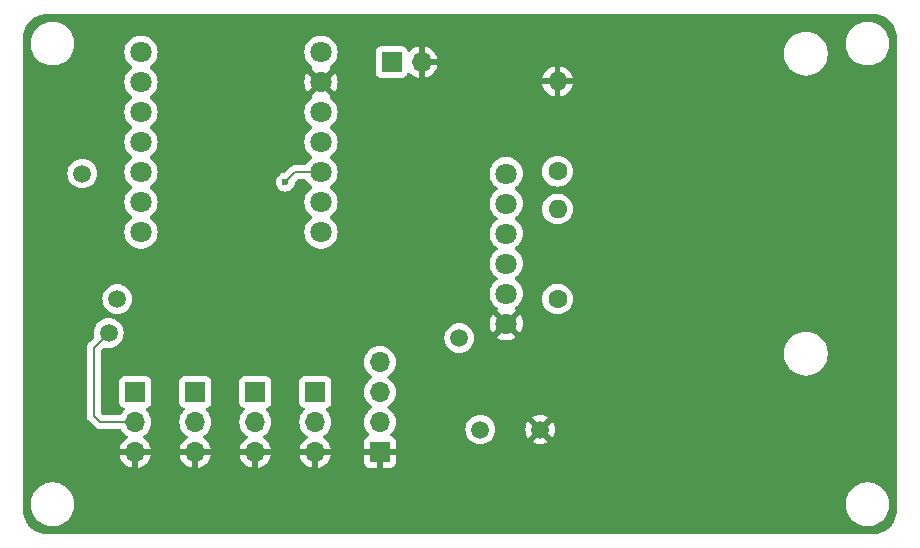
<source format=gbr>
%TF.GenerationSoftware,KiCad,Pcbnew,8.0.0*%
%TF.CreationDate,2024-05-08T00:57:59+10:00*%
%TF.ProjectId,PlantPulse_Node,506c616e-7450-4756-9c73-655f4e6f6465,rev?*%
%TF.SameCoordinates,Original*%
%TF.FileFunction,Copper,L2,Bot*%
%TF.FilePolarity,Positive*%
%FSLAX46Y46*%
G04 Gerber Fmt 4.6, Leading zero omitted, Abs format (unit mm)*
G04 Created by KiCad (PCBNEW 8.0.0) date 2024-05-08 00:57:59*
%MOMM*%
%LPD*%
G01*
G04 APERTURE LIST*
%TA.AperFunction,ComponentPad*%
%ADD10C,1.500000*%
%TD*%
%TA.AperFunction,ComponentPad*%
%ADD11R,1.700000X1.700000*%
%TD*%
%TA.AperFunction,ComponentPad*%
%ADD12O,1.700000X1.700000*%
%TD*%
%TA.AperFunction,ComponentPad*%
%ADD13C,1.600000*%
%TD*%
%TA.AperFunction,ComponentPad*%
%ADD14O,1.600000X1.600000*%
%TD*%
%TA.AperFunction,ComponentPad*%
%ADD15C,1.800000*%
%TD*%
%TA.AperFunction,ViaPad*%
%ADD16C,0.600000*%
%TD*%
%TA.AperFunction,Conductor*%
%ADD17C,0.200000*%
%TD*%
G04 APERTURE END LIST*
D10*
%TO.P,TP6,1,1*%
%TO.N,+3V3*%
X38000000Y-87500000D03*
%TD*%
D11*
%TO.P,J4,1,Pin_1*%
%TO.N,/Soil_A_Out3*%
X45330000Y-92500000D03*
D12*
%TO.P,J4,2,Pin_2*%
%TO.N,+3V3*%
X45330000Y-95040000D03*
%TO.P,J4,3,Pin_3*%
%TO.N,GND*%
X45330000Y-97580000D03*
%TD*%
D13*
%TO.P,R1,1*%
%TO.N,VBAT*%
X76000000Y-84620000D03*
D14*
%TO.P,R1,2*%
%TO.N,/Vbatt_Sense*%
X76000000Y-77000000D03*
%TD*%
D11*
%TO.P,J1,1,Pin_1*%
%TO.N,VBAT*%
X61950000Y-64560000D03*
D12*
%TO.P,J1,2,Pin_2*%
%TO.N,GND*%
X64490000Y-64560000D03*
%TD*%
D11*
%TO.P,J2,1,Pin_1*%
%TO.N,/Soil_A_Out1*%
X55490000Y-92500000D03*
D12*
%TO.P,J2,2,Pin_2*%
%TO.N,+3V3*%
X55490000Y-95040000D03*
%TO.P,J2,3,Pin_3*%
%TO.N,GND*%
X55490000Y-97580000D03*
%TD*%
D10*
%TO.P,TP1,1,1*%
%TO.N,VBAT*%
X69460000Y-95675000D03*
%TD*%
D15*
%TO.P,U1,1,GP1*%
%TO.N,/Soil_A_Out1*%
X40730000Y-63730000D03*
%TO.P,U1,2,GP2*%
%TO.N,/Soil_A_Out2*%
X40730000Y-66270000D03*
%TO.P,U1,3,GP3*%
%TO.N,/Soil_A_Out3*%
X40730000Y-68810000D03*
%TO.P,U1,4,GP4*%
%TO.N,/Soil_A_Out4*%
X40730000Y-71350000D03*
%TO.P,U1,5,GP5*%
%TO.N,/Vbatt_Sense*%
X40730000Y-73890000D03*
%TO.P,U1,6,GP6*%
%TO.N,unconnected-(U1-GP6-Pad6)*%
X40730000Y-76430000D03*
%TO.P,U1,7,GP43*%
%TO.N,unconnected-(U1-GP43-Pad7)*%
X40730000Y-78970000D03*
%TO.P,U1,8,5V*%
%TO.N,unconnected-(U1-5V-Pad8)*%
X55970000Y-63730000D03*
%TO.P,U1,9,GND*%
%TO.N,GND*%
X55970000Y-66270000D03*
%TO.P,U1,10,3V3*%
%TO.N,+3V3*%
X55970000Y-68810000D03*
%TO.P,U1,11,GP9*%
%TO.N,/SCL*%
X55970000Y-71350000D03*
%TO.P,U1,12,GP8*%
%TO.N,/SDA*%
X55970000Y-73890000D03*
%TO.P,U1,13,GP7*%
%TO.N,/DONE*%
X55970000Y-76430000D03*
%TO.P,U1,14,GP44*%
%TO.N,unconnected-(U1-GP44-Pad14)*%
X55970000Y-78970000D03*
%TD*%
D11*
%TO.P,J3,1,Pin_1*%
%TO.N,/Soil_A_Out2*%
X50410000Y-92500000D03*
D12*
%TO.P,J3,2,Pin_2*%
%TO.N,+3V3*%
X50410000Y-95040000D03*
%TO.P,J3,3,Pin_3*%
%TO.N,GND*%
X50410000Y-97580000D03*
%TD*%
D10*
%TO.P,TP2,1,1*%
%TO.N,/Vbatt_Sense*%
X35750000Y-74000000D03*
%TD*%
%TO.P,TP4,1,1*%
%TO.N,/DONE*%
X67682000Y-87928000D03*
%TD*%
%TO.P,TP5,1,1*%
%TO.N,GND*%
X74540000Y-95675000D03*
%TD*%
D11*
%TO.P,J5,1,Pin_1*%
%TO.N,/Soil_A_Out4*%
X40250000Y-92500000D03*
D12*
%TO.P,J5,2,Pin_2*%
%TO.N,+3V3*%
X40250000Y-95040000D03*
%TO.P,J5,3,Pin_3*%
%TO.N,GND*%
X40250000Y-97580000D03*
%TD*%
D15*
%TO.P,U2,6,IN+*%
%TO.N,unconnected-(U2-IN+-Pad6)*%
X71650000Y-74000000D03*
%TO.P,U2,5,DLY*%
%TO.N,unconnected-(U2-DLY-Pad5)*%
X71650000Y-76540000D03*
%TO.P,U2,4,IN-*%
%TO.N,unconnected-(U2-IN--Pad4)*%
X71650000Y-79080000D03*
%TO.P,U2,3,DNE*%
%TO.N,/DONE*%
X71650000Y-81620000D03*
%TO.P,U2,2,OUT+*%
%TO.N,VBAT*%
X71650000Y-84160000D03*
%TO.P,U2,1,OUT-*%
%TO.N,GND*%
X71650000Y-86700000D03*
%TD*%
D11*
%TO.P,J6,1,Pin_1*%
%TO.N,GND*%
X60950000Y-97580000D03*
D12*
%TO.P,J6,2,Pin_2*%
%TO.N,+3V3*%
X60950000Y-95040000D03*
%TO.P,J6,3,Pin_3*%
%TO.N,/SDA*%
X60950000Y-92500000D03*
%TO.P,J6,4,Pin_4*%
%TO.N,/SCL*%
X60950000Y-89960000D03*
%TD*%
D10*
%TO.P,TP7,1,1*%
%TO.N,/Soil_A_Out4*%
X38726000Y-84626000D03*
%TD*%
D13*
%TO.P,R2,1*%
%TO.N,/Vbatt_Sense*%
X76000000Y-73810000D03*
D14*
%TO.P,R2,2*%
%TO.N,GND*%
X76000000Y-66190000D03*
%TD*%
D16*
%TO.N,GND*%
X35250000Y-69600000D03*
X56050000Y-84400000D03*
X52250000Y-74000000D03*
X65450000Y-86600000D03*
X47850000Y-66400000D03*
X42850000Y-71600000D03*
X68850000Y-69200000D03*
X48650000Y-88400000D03*
X46250000Y-90000000D03*
X52450000Y-66400000D03*
X35250000Y-81000000D03*
X42850000Y-88800000D03*
%TO.N,/SDA*%
X52950000Y-74720000D03*
%TD*%
D17*
%TO.N,+3V3*%
X37290000Y-95040000D02*
X36750000Y-94500000D01*
X36750000Y-94500000D02*
X36750000Y-88750000D01*
X40250000Y-95040000D02*
X37290000Y-95040000D01*
X36750000Y-88750000D02*
X38000000Y-87500000D01*
%TO.N,/SDA*%
X52950000Y-74720000D02*
X53780000Y-73890000D01*
X53780000Y-73890000D02*
X55970000Y-73890000D01*
%TD*%
%TA.AperFunction,Conductor*%
%TO.N,GND*%
G36*
X102754043Y-60500765D02*
G01*
X103002895Y-60517075D01*
X103018953Y-60519190D01*
X103226105Y-60560395D01*
X103259535Y-60567045D01*
X103275202Y-60571243D01*
X103444947Y-60628863D01*
X103507481Y-60650091D01*
X103522458Y-60656294D01*
X103731799Y-60759529D01*
X103742460Y-60764787D01*
X103756508Y-60772897D01*
X103960464Y-60909177D01*
X103973328Y-60919048D01*
X104157749Y-61080781D01*
X104169218Y-61092250D01*
X104330951Y-61276671D01*
X104340825Y-61289539D01*
X104477102Y-61493492D01*
X104485212Y-61507539D01*
X104593702Y-61727534D01*
X104599909Y-61742520D01*
X104678756Y-61974797D01*
X104682954Y-61990464D01*
X104730807Y-62231035D01*
X104732925Y-62247116D01*
X104749235Y-62495956D01*
X104749500Y-62504066D01*
X104749500Y-102495933D01*
X104749235Y-102504043D01*
X104732925Y-102752883D01*
X104730807Y-102768964D01*
X104682954Y-103009535D01*
X104678756Y-103025202D01*
X104599909Y-103257479D01*
X104593702Y-103272465D01*
X104485212Y-103492460D01*
X104477102Y-103506507D01*
X104340825Y-103710460D01*
X104330951Y-103723328D01*
X104169218Y-103907749D01*
X104157749Y-103919218D01*
X103973328Y-104080951D01*
X103960460Y-104090825D01*
X103756507Y-104227102D01*
X103742460Y-104235212D01*
X103522465Y-104343702D01*
X103507479Y-104349909D01*
X103275202Y-104428756D01*
X103259535Y-104432954D01*
X103018964Y-104480807D01*
X103002883Y-104482925D01*
X102754043Y-104499235D01*
X102745933Y-104499500D01*
X32754067Y-104499500D01*
X32745957Y-104499235D01*
X32497116Y-104482925D01*
X32481035Y-104480807D01*
X32240464Y-104432954D01*
X32224797Y-104428756D01*
X31992520Y-104349909D01*
X31977534Y-104343702D01*
X31757539Y-104235212D01*
X31743492Y-104227102D01*
X31539539Y-104090825D01*
X31526671Y-104080951D01*
X31342250Y-103919218D01*
X31330781Y-103907749D01*
X31169048Y-103723328D01*
X31159174Y-103710460D01*
X31127613Y-103663226D01*
X31022897Y-103506507D01*
X31014787Y-103492460D01*
X30966363Y-103394266D01*
X30906294Y-103272458D01*
X30900090Y-103257479D01*
X30821243Y-103025202D01*
X30817045Y-103009535D01*
X30809186Y-102970026D01*
X30769190Y-102768953D01*
X30767075Y-102752895D01*
X30750765Y-102504043D01*
X30750500Y-102495933D01*
X30750500Y-102121288D01*
X31399500Y-102121288D01*
X31431161Y-102361785D01*
X31493947Y-102596104D01*
X31519275Y-102657250D01*
X31586776Y-102820212D01*
X31708064Y-103030289D01*
X31708066Y-103030292D01*
X31708067Y-103030293D01*
X31855733Y-103222736D01*
X31855739Y-103222743D01*
X32027256Y-103394260D01*
X32027262Y-103394265D01*
X32219711Y-103541936D01*
X32429788Y-103663224D01*
X32653900Y-103756054D01*
X32888211Y-103818838D01*
X33068586Y-103842584D01*
X33128711Y-103850500D01*
X33128712Y-103850500D01*
X33371289Y-103850500D01*
X33419388Y-103844167D01*
X33611789Y-103818838D01*
X33846100Y-103756054D01*
X34070212Y-103663224D01*
X34280289Y-103541936D01*
X34472738Y-103394265D01*
X34644265Y-103222738D01*
X34791936Y-103030289D01*
X34913224Y-102820212D01*
X35006054Y-102596100D01*
X35068838Y-102361789D01*
X35100500Y-102121288D01*
X100399500Y-102121288D01*
X100431161Y-102361785D01*
X100493947Y-102596104D01*
X100519275Y-102657250D01*
X100586776Y-102820212D01*
X100708064Y-103030289D01*
X100708066Y-103030292D01*
X100708067Y-103030293D01*
X100855733Y-103222736D01*
X100855739Y-103222743D01*
X101027256Y-103394260D01*
X101027262Y-103394265D01*
X101219711Y-103541936D01*
X101429788Y-103663224D01*
X101653900Y-103756054D01*
X101888211Y-103818838D01*
X102068586Y-103842584D01*
X102128711Y-103850500D01*
X102128712Y-103850500D01*
X102371289Y-103850500D01*
X102419388Y-103844167D01*
X102611789Y-103818838D01*
X102846100Y-103756054D01*
X103070212Y-103663224D01*
X103280289Y-103541936D01*
X103472738Y-103394265D01*
X103644265Y-103222738D01*
X103791936Y-103030289D01*
X103913224Y-102820212D01*
X104006054Y-102596100D01*
X104068838Y-102361789D01*
X104100500Y-102121288D01*
X104100500Y-101878712D01*
X104068838Y-101638211D01*
X104006054Y-101403900D01*
X103913224Y-101179788D01*
X103791936Y-100969711D01*
X103644265Y-100777262D01*
X103644260Y-100777256D01*
X103472743Y-100605739D01*
X103472736Y-100605733D01*
X103280293Y-100458067D01*
X103280292Y-100458066D01*
X103280289Y-100458064D01*
X103070212Y-100336776D01*
X103070205Y-100336773D01*
X102846104Y-100243947D01*
X102611785Y-100181161D01*
X102371289Y-100149500D01*
X102371288Y-100149500D01*
X102128712Y-100149500D01*
X102128711Y-100149500D01*
X101888214Y-100181161D01*
X101653895Y-100243947D01*
X101429794Y-100336773D01*
X101429785Y-100336777D01*
X101219706Y-100458067D01*
X101027263Y-100605733D01*
X101027256Y-100605739D01*
X100855739Y-100777256D01*
X100855733Y-100777263D01*
X100708067Y-100969706D01*
X100586777Y-101179785D01*
X100586773Y-101179794D01*
X100493947Y-101403895D01*
X100431161Y-101638214D01*
X100399500Y-101878711D01*
X100399500Y-102121288D01*
X35100500Y-102121288D01*
X35100500Y-101878712D01*
X35068838Y-101638211D01*
X35006054Y-101403900D01*
X34913224Y-101179788D01*
X34791936Y-100969711D01*
X34644265Y-100777262D01*
X34644260Y-100777256D01*
X34472743Y-100605739D01*
X34472736Y-100605733D01*
X34280293Y-100458067D01*
X34280292Y-100458066D01*
X34280289Y-100458064D01*
X34070212Y-100336776D01*
X34070205Y-100336773D01*
X33846104Y-100243947D01*
X33611785Y-100181161D01*
X33371289Y-100149500D01*
X33371288Y-100149500D01*
X33128712Y-100149500D01*
X33128711Y-100149500D01*
X32888214Y-100181161D01*
X32653895Y-100243947D01*
X32429794Y-100336773D01*
X32429785Y-100336777D01*
X32219706Y-100458067D01*
X32027263Y-100605733D01*
X32027256Y-100605739D01*
X31855739Y-100777256D01*
X31855733Y-100777263D01*
X31708067Y-100969706D01*
X31586777Y-101179785D01*
X31586773Y-101179794D01*
X31493947Y-101403895D01*
X31431161Y-101638214D01*
X31399500Y-101878711D01*
X31399500Y-102121288D01*
X30750500Y-102121288D01*
X30750500Y-94579054D01*
X36149498Y-94579054D01*
X36161656Y-94624427D01*
X36185497Y-94713403D01*
X36190424Y-94731787D01*
X36199879Y-94748163D01*
X36199880Y-94748165D01*
X36269477Y-94868712D01*
X36269481Y-94868717D01*
X36388349Y-94987585D01*
X36388355Y-94987590D01*
X36805139Y-95404374D01*
X36805149Y-95404385D01*
X36809479Y-95408715D01*
X36809480Y-95408716D01*
X36921284Y-95520520D01*
X36954861Y-95539905D01*
X37008095Y-95570639D01*
X37008097Y-95570641D01*
X37058213Y-95599576D01*
X37058215Y-95599577D01*
X37210942Y-95640500D01*
X37210943Y-95640500D01*
X38960909Y-95640500D01*
X39027948Y-95660185D01*
X39073292Y-95712097D01*
X39075965Y-95717830D01*
X39211501Y-95911396D01*
X39211506Y-95911402D01*
X39378597Y-96078493D01*
X39378603Y-96078498D01*
X39564594Y-96208730D01*
X39608219Y-96263307D01*
X39615413Y-96332805D01*
X39583890Y-96395160D01*
X39564595Y-96411880D01*
X39378922Y-96541890D01*
X39378920Y-96541891D01*
X39211891Y-96708920D01*
X39211886Y-96708926D01*
X39076400Y-96902420D01*
X39076399Y-96902422D01*
X38976570Y-97116507D01*
X38976567Y-97116513D01*
X38919364Y-97329999D01*
X38919364Y-97330000D01*
X39816988Y-97330000D01*
X39784075Y-97387007D01*
X39750000Y-97514174D01*
X39750000Y-97645826D01*
X39784075Y-97772993D01*
X39816988Y-97830000D01*
X38919364Y-97830000D01*
X38976567Y-98043486D01*
X38976570Y-98043492D01*
X39076399Y-98257578D01*
X39211894Y-98451082D01*
X39378917Y-98618105D01*
X39572421Y-98753600D01*
X39786507Y-98853429D01*
X39786516Y-98853433D01*
X40000000Y-98910634D01*
X40000000Y-98013012D01*
X40057007Y-98045925D01*
X40184174Y-98080000D01*
X40315826Y-98080000D01*
X40442993Y-98045925D01*
X40500000Y-98013012D01*
X40500000Y-98910633D01*
X40713483Y-98853433D01*
X40713492Y-98853429D01*
X40927578Y-98753600D01*
X41121082Y-98618105D01*
X41288105Y-98451082D01*
X41423600Y-98257578D01*
X41523429Y-98043492D01*
X41523432Y-98043486D01*
X41580636Y-97830000D01*
X40683012Y-97830000D01*
X40715925Y-97772993D01*
X40750000Y-97645826D01*
X40750000Y-97514174D01*
X40715925Y-97387007D01*
X40683012Y-97330000D01*
X41580636Y-97330000D01*
X41580635Y-97329999D01*
X41523432Y-97116513D01*
X41523429Y-97116507D01*
X41423600Y-96902422D01*
X41423599Y-96902420D01*
X41288113Y-96708926D01*
X41288108Y-96708920D01*
X41121078Y-96541890D01*
X40935405Y-96411879D01*
X40891780Y-96357302D01*
X40884588Y-96287804D01*
X40916110Y-96225449D01*
X40935406Y-96208730D01*
X41084503Y-96104331D01*
X41121401Y-96078495D01*
X41288495Y-95911401D01*
X41424035Y-95717830D01*
X41523903Y-95503663D01*
X41585063Y-95275408D01*
X41605659Y-95040000D01*
X43974341Y-95040000D01*
X43994936Y-95275403D01*
X43994938Y-95275413D01*
X44056094Y-95503655D01*
X44056096Y-95503659D01*
X44056097Y-95503663D01*
X44129085Y-95660185D01*
X44155965Y-95717830D01*
X44155967Y-95717834D01*
X44264281Y-95872521D01*
X44291501Y-95911396D01*
X44291506Y-95911402D01*
X44458597Y-96078493D01*
X44458603Y-96078498D01*
X44644594Y-96208730D01*
X44688219Y-96263307D01*
X44695413Y-96332805D01*
X44663890Y-96395160D01*
X44644595Y-96411880D01*
X44458922Y-96541890D01*
X44458920Y-96541891D01*
X44291891Y-96708920D01*
X44291886Y-96708926D01*
X44156400Y-96902420D01*
X44156399Y-96902422D01*
X44056570Y-97116507D01*
X44056567Y-97116513D01*
X43999364Y-97329999D01*
X43999364Y-97330000D01*
X44896988Y-97330000D01*
X44864075Y-97387007D01*
X44830000Y-97514174D01*
X44830000Y-97645826D01*
X44864075Y-97772993D01*
X44896988Y-97830000D01*
X43999364Y-97830000D01*
X44056567Y-98043486D01*
X44056570Y-98043492D01*
X44156399Y-98257578D01*
X44291894Y-98451082D01*
X44458917Y-98618105D01*
X44652421Y-98753600D01*
X44866507Y-98853429D01*
X44866516Y-98853433D01*
X45080000Y-98910634D01*
X45080000Y-98013012D01*
X45137007Y-98045925D01*
X45264174Y-98080000D01*
X45395826Y-98080000D01*
X45522993Y-98045925D01*
X45580000Y-98013012D01*
X45580000Y-98910633D01*
X45793483Y-98853433D01*
X45793492Y-98853429D01*
X46007578Y-98753600D01*
X46201082Y-98618105D01*
X46368105Y-98451082D01*
X46503600Y-98257578D01*
X46603429Y-98043492D01*
X46603432Y-98043486D01*
X46660636Y-97830000D01*
X45763012Y-97830000D01*
X45795925Y-97772993D01*
X45830000Y-97645826D01*
X45830000Y-97514174D01*
X45795925Y-97387007D01*
X45763012Y-97330000D01*
X46660636Y-97330000D01*
X46660635Y-97329999D01*
X46603432Y-97116513D01*
X46603429Y-97116507D01*
X46503600Y-96902422D01*
X46503599Y-96902420D01*
X46368113Y-96708926D01*
X46368108Y-96708920D01*
X46201078Y-96541890D01*
X46015405Y-96411879D01*
X45971780Y-96357302D01*
X45964588Y-96287804D01*
X45996110Y-96225449D01*
X46015406Y-96208730D01*
X46164503Y-96104331D01*
X46201401Y-96078495D01*
X46368495Y-95911401D01*
X46504035Y-95717830D01*
X46603903Y-95503663D01*
X46665063Y-95275408D01*
X46685659Y-95040000D01*
X49054341Y-95040000D01*
X49074936Y-95275403D01*
X49074938Y-95275413D01*
X49136094Y-95503655D01*
X49136096Y-95503659D01*
X49136097Y-95503663D01*
X49209085Y-95660185D01*
X49235965Y-95717830D01*
X49235967Y-95717834D01*
X49344281Y-95872521D01*
X49371501Y-95911396D01*
X49371506Y-95911402D01*
X49538597Y-96078493D01*
X49538603Y-96078498D01*
X49724594Y-96208730D01*
X49768219Y-96263307D01*
X49775413Y-96332805D01*
X49743890Y-96395160D01*
X49724595Y-96411880D01*
X49538922Y-96541890D01*
X49538920Y-96541891D01*
X49371891Y-96708920D01*
X49371886Y-96708926D01*
X49236400Y-96902420D01*
X49236399Y-96902422D01*
X49136570Y-97116507D01*
X49136567Y-97116513D01*
X49079364Y-97329999D01*
X49079364Y-97330000D01*
X49976988Y-97330000D01*
X49944075Y-97387007D01*
X49910000Y-97514174D01*
X49910000Y-97645826D01*
X49944075Y-97772993D01*
X49976988Y-97830000D01*
X49079364Y-97830000D01*
X49136567Y-98043486D01*
X49136570Y-98043492D01*
X49236399Y-98257578D01*
X49371894Y-98451082D01*
X49538917Y-98618105D01*
X49732421Y-98753600D01*
X49946507Y-98853429D01*
X49946516Y-98853433D01*
X50160000Y-98910634D01*
X50160000Y-98013012D01*
X50217007Y-98045925D01*
X50344174Y-98080000D01*
X50475826Y-98080000D01*
X50602993Y-98045925D01*
X50660000Y-98013012D01*
X50660000Y-98910633D01*
X50873483Y-98853433D01*
X50873492Y-98853429D01*
X51087578Y-98753600D01*
X51281082Y-98618105D01*
X51448105Y-98451082D01*
X51583600Y-98257578D01*
X51683429Y-98043492D01*
X51683432Y-98043486D01*
X51740636Y-97830000D01*
X50843012Y-97830000D01*
X50875925Y-97772993D01*
X50910000Y-97645826D01*
X50910000Y-97514174D01*
X50875925Y-97387007D01*
X50843012Y-97330000D01*
X51740636Y-97330000D01*
X51740635Y-97329999D01*
X51683432Y-97116513D01*
X51683429Y-97116507D01*
X51583600Y-96902422D01*
X51583599Y-96902420D01*
X51448113Y-96708926D01*
X51448108Y-96708920D01*
X51281078Y-96541890D01*
X51095405Y-96411879D01*
X51051780Y-96357302D01*
X51044588Y-96287804D01*
X51076110Y-96225449D01*
X51095406Y-96208730D01*
X51244503Y-96104331D01*
X51281401Y-96078495D01*
X51448495Y-95911401D01*
X51584035Y-95717830D01*
X51683903Y-95503663D01*
X51745063Y-95275408D01*
X51765659Y-95040000D01*
X54134341Y-95040000D01*
X54154936Y-95275403D01*
X54154938Y-95275413D01*
X54216094Y-95503655D01*
X54216096Y-95503659D01*
X54216097Y-95503663D01*
X54289085Y-95660185D01*
X54315965Y-95717830D01*
X54315967Y-95717834D01*
X54424281Y-95872521D01*
X54451501Y-95911396D01*
X54451506Y-95911402D01*
X54618597Y-96078493D01*
X54618603Y-96078498D01*
X54804594Y-96208730D01*
X54848219Y-96263307D01*
X54855413Y-96332805D01*
X54823890Y-96395160D01*
X54804595Y-96411880D01*
X54618922Y-96541890D01*
X54618920Y-96541891D01*
X54451891Y-96708920D01*
X54451886Y-96708926D01*
X54316400Y-96902420D01*
X54316399Y-96902422D01*
X54216570Y-97116507D01*
X54216567Y-97116513D01*
X54159364Y-97329999D01*
X54159364Y-97330000D01*
X55056988Y-97330000D01*
X55024075Y-97387007D01*
X54990000Y-97514174D01*
X54990000Y-97645826D01*
X55024075Y-97772993D01*
X55056988Y-97830000D01*
X54159364Y-97830000D01*
X54216567Y-98043486D01*
X54216570Y-98043492D01*
X54316399Y-98257578D01*
X54451894Y-98451082D01*
X54618917Y-98618105D01*
X54812421Y-98753600D01*
X55026507Y-98853429D01*
X55026516Y-98853433D01*
X55240000Y-98910634D01*
X55240000Y-98013012D01*
X55297007Y-98045925D01*
X55424174Y-98080000D01*
X55555826Y-98080000D01*
X55682993Y-98045925D01*
X55740000Y-98013012D01*
X55740000Y-98910633D01*
X55953483Y-98853433D01*
X55953492Y-98853429D01*
X56167578Y-98753600D01*
X56361082Y-98618105D01*
X56528105Y-98451082D01*
X56663600Y-98257578D01*
X56763429Y-98043492D01*
X56763432Y-98043486D01*
X56820636Y-97830000D01*
X55923012Y-97830000D01*
X55955925Y-97772993D01*
X55990000Y-97645826D01*
X55990000Y-97514174D01*
X55955925Y-97387007D01*
X55923012Y-97330000D01*
X56820636Y-97330000D01*
X56820635Y-97329999D01*
X56763432Y-97116513D01*
X56763429Y-97116507D01*
X56663600Y-96902422D01*
X56663599Y-96902420D01*
X56528113Y-96708926D01*
X56528108Y-96708920D01*
X56361078Y-96541890D01*
X56175405Y-96411879D01*
X56131780Y-96357302D01*
X56124588Y-96287804D01*
X56156110Y-96225449D01*
X56175406Y-96208730D01*
X56324503Y-96104331D01*
X56361401Y-96078495D01*
X56528495Y-95911401D01*
X56664035Y-95717830D01*
X56763903Y-95503663D01*
X56825063Y-95275408D01*
X56845659Y-95040000D01*
X59594341Y-95040000D01*
X59614936Y-95275403D01*
X59614938Y-95275413D01*
X59676094Y-95503655D01*
X59676096Y-95503659D01*
X59676097Y-95503663D01*
X59749085Y-95660185D01*
X59775965Y-95717830D01*
X59775967Y-95717834D01*
X59884281Y-95872521D01*
X59911501Y-95911396D01*
X59911506Y-95911402D01*
X60033818Y-96033714D01*
X60067303Y-96095037D01*
X60062319Y-96164729D01*
X60020447Y-96220662D01*
X59989471Y-96237577D01*
X59857912Y-96286646D01*
X59857906Y-96286649D01*
X59742812Y-96372809D01*
X59742809Y-96372812D01*
X59656649Y-96487906D01*
X59656645Y-96487913D01*
X59606403Y-96622620D01*
X59606401Y-96622627D01*
X59600000Y-96682155D01*
X59600000Y-97330000D01*
X60516988Y-97330000D01*
X60484075Y-97387007D01*
X60450000Y-97514174D01*
X60450000Y-97645826D01*
X60484075Y-97772993D01*
X60516988Y-97830000D01*
X59600000Y-97830000D01*
X59600000Y-98477844D01*
X59606401Y-98537372D01*
X59606403Y-98537379D01*
X59656645Y-98672086D01*
X59656649Y-98672093D01*
X59742809Y-98787187D01*
X59742812Y-98787190D01*
X59857906Y-98873350D01*
X59857913Y-98873354D01*
X59992620Y-98923596D01*
X59992627Y-98923598D01*
X60052155Y-98929999D01*
X60052172Y-98930000D01*
X60700000Y-98930000D01*
X60700000Y-98013012D01*
X60757007Y-98045925D01*
X60884174Y-98080000D01*
X61015826Y-98080000D01*
X61142993Y-98045925D01*
X61200000Y-98013012D01*
X61200000Y-98930000D01*
X61847828Y-98930000D01*
X61847844Y-98929999D01*
X61907372Y-98923598D01*
X61907379Y-98923596D01*
X62042086Y-98873354D01*
X62042093Y-98873350D01*
X62157187Y-98787190D01*
X62157190Y-98787187D01*
X62243350Y-98672093D01*
X62243354Y-98672086D01*
X62293596Y-98537379D01*
X62293598Y-98537372D01*
X62299999Y-98477844D01*
X62300000Y-98477827D01*
X62300000Y-97830000D01*
X61383012Y-97830000D01*
X61415925Y-97772993D01*
X61450000Y-97645826D01*
X61450000Y-97514174D01*
X61415925Y-97387007D01*
X61383012Y-97330000D01*
X62300000Y-97330000D01*
X62300000Y-96682172D01*
X62299999Y-96682155D01*
X62293598Y-96622627D01*
X62293596Y-96622620D01*
X62243354Y-96487913D01*
X62243350Y-96487906D01*
X62157190Y-96372812D01*
X62157187Y-96372809D01*
X62042093Y-96286649D01*
X62042088Y-96286646D01*
X61910528Y-96237577D01*
X61854595Y-96195705D01*
X61830178Y-96130241D01*
X61845030Y-96061968D01*
X61866175Y-96033720D01*
X61988495Y-95911401D01*
X62124035Y-95717830D01*
X62144006Y-95675002D01*
X68204723Y-95675002D01*
X68223793Y-95892975D01*
X68223793Y-95892979D01*
X68280422Y-96104322D01*
X68280424Y-96104326D01*
X68280425Y-96104330D01*
X68308590Y-96164729D01*
X68372897Y-96302638D01*
X68372898Y-96302639D01*
X68498402Y-96481877D01*
X68653123Y-96636598D01*
X68832361Y-96762102D01*
X69030670Y-96854575D01*
X69242023Y-96911207D01*
X69424926Y-96927208D01*
X69459998Y-96930277D01*
X69460000Y-96930277D01*
X69460002Y-96930277D01*
X69488254Y-96927805D01*
X69677977Y-96911207D01*
X69889330Y-96854575D01*
X70087639Y-96762102D01*
X70150446Y-96718124D01*
X73850427Y-96718124D01*
X73912612Y-96761666D01*
X74110840Y-96854101D01*
X74110849Y-96854105D01*
X74322105Y-96910710D01*
X74322115Y-96910712D01*
X74539999Y-96929775D01*
X74540001Y-96929775D01*
X74757884Y-96910712D01*
X74757894Y-96910710D01*
X74969150Y-96854105D01*
X74969164Y-96854100D01*
X75167383Y-96761669D01*
X75167385Y-96761668D01*
X75229571Y-96718124D01*
X74540001Y-96028553D01*
X74540000Y-96028553D01*
X73850427Y-96718124D01*
X70150446Y-96718124D01*
X70266877Y-96636598D01*
X70421598Y-96481877D01*
X70547102Y-96302639D01*
X70639575Y-96104330D01*
X70696207Y-95892977D01*
X70715277Y-95675000D01*
X73285225Y-95675000D01*
X73304287Y-95892884D01*
X73304289Y-95892894D01*
X73360894Y-96104150D01*
X73360898Y-96104159D01*
X73453333Y-96302387D01*
X73496874Y-96364571D01*
X74140368Y-95721078D01*
X74190000Y-95721078D01*
X74213852Y-95810095D01*
X74259930Y-95889905D01*
X74325095Y-95955070D01*
X74404905Y-96001148D01*
X74493922Y-96025000D01*
X74586078Y-96025000D01*
X74675095Y-96001148D01*
X74754905Y-95955070D01*
X74820070Y-95889905D01*
X74866148Y-95810095D01*
X74890000Y-95721078D01*
X74890000Y-95675000D01*
X74893553Y-95675000D01*
X75583124Y-96364570D01*
X75626668Y-96302385D01*
X75626669Y-96302383D01*
X75719100Y-96104164D01*
X75719105Y-96104150D01*
X75775710Y-95892894D01*
X75775712Y-95892884D01*
X75794775Y-95675000D01*
X75794775Y-95674999D01*
X75775712Y-95457115D01*
X75775710Y-95457105D01*
X75719105Y-95245849D01*
X75719101Y-95245840D01*
X75626667Y-95047614D01*
X75626666Y-95047612D01*
X75583124Y-94985428D01*
X75583124Y-94985427D01*
X74893553Y-95674999D01*
X74893553Y-95675000D01*
X74890000Y-95675000D01*
X74890000Y-95628922D01*
X74866148Y-95539905D01*
X74820070Y-95460095D01*
X74754905Y-95394930D01*
X74675095Y-95348852D01*
X74586078Y-95325000D01*
X74493922Y-95325000D01*
X74404905Y-95348852D01*
X74325095Y-95394930D01*
X74259930Y-95460095D01*
X74213852Y-95539905D01*
X74190000Y-95628922D01*
X74190000Y-95721078D01*
X74140368Y-95721078D01*
X74186446Y-95675000D01*
X73496874Y-94985428D01*
X73453333Y-95047613D01*
X73360898Y-95245840D01*
X73360894Y-95245849D01*
X73304289Y-95457105D01*
X73304287Y-95457115D01*
X73285225Y-95674999D01*
X73285225Y-95675000D01*
X70715277Y-95675000D01*
X70696207Y-95457023D01*
X70639575Y-95245670D01*
X70547102Y-95047362D01*
X70547100Y-95047359D01*
X70547099Y-95047357D01*
X70421599Y-94868124D01*
X70358061Y-94804586D01*
X70266877Y-94713402D01*
X70150443Y-94631874D01*
X73850428Y-94631874D01*
X74540000Y-95321446D01*
X74540001Y-95321446D01*
X75229571Y-94631874D01*
X75167387Y-94588333D01*
X74969159Y-94495898D01*
X74969150Y-94495894D01*
X74757894Y-94439289D01*
X74757884Y-94439287D01*
X74540001Y-94420225D01*
X74539999Y-94420225D01*
X74322115Y-94439287D01*
X74322105Y-94439289D01*
X74110849Y-94495894D01*
X74110840Y-94495898D01*
X73912613Y-94588333D01*
X73850428Y-94631874D01*
X70150443Y-94631874D01*
X70128978Y-94616844D01*
X70087638Y-94587897D01*
X69988484Y-94541661D01*
X69889330Y-94495425D01*
X69889326Y-94495424D01*
X69889322Y-94495422D01*
X69677977Y-94438793D01*
X69460002Y-94419723D01*
X69459998Y-94419723D01*
X69314682Y-94432436D01*
X69242023Y-94438793D01*
X69242020Y-94438793D01*
X69030677Y-94495422D01*
X69030668Y-94495426D01*
X68832361Y-94587898D01*
X68832357Y-94587900D01*
X68653121Y-94713402D01*
X68498402Y-94868121D01*
X68372900Y-95047357D01*
X68372898Y-95047361D01*
X68280426Y-95245668D01*
X68280422Y-95245677D01*
X68223793Y-95457020D01*
X68223793Y-95457024D01*
X68204723Y-95674997D01*
X68204723Y-95675002D01*
X62144006Y-95675002D01*
X62223903Y-95503663D01*
X62285063Y-95275408D01*
X62305659Y-95040000D01*
X62285063Y-94804592D01*
X62227001Y-94587898D01*
X62223905Y-94576344D01*
X62223904Y-94576343D01*
X62223903Y-94576337D01*
X62124035Y-94362171D01*
X62124034Y-94362169D01*
X61988494Y-94168597D01*
X61821402Y-94001506D01*
X61821396Y-94001501D01*
X61635842Y-93871575D01*
X61592217Y-93816998D01*
X61585023Y-93747500D01*
X61616546Y-93685145D01*
X61635842Y-93668425D01*
X61658026Y-93652891D01*
X61821401Y-93538495D01*
X61988495Y-93371401D01*
X62124035Y-93177830D01*
X62223903Y-92963663D01*
X62285063Y-92735408D01*
X62305659Y-92500000D01*
X62285063Y-92264592D01*
X62223903Y-92036337D01*
X62124035Y-91822171D01*
X61988495Y-91628599D01*
X61988494Y-91628597D01*
X61821402Y-91461506D01*
X61821396Y-91461501D01*
X61635842Y-91331575D01*
X61592217Y-91276998D01*
X61585023Y-91207500D01*
X61616546Y-91145145D01*
X61635842Y-91128425D01*
X61720941Y-91068838D01*
X61821401Y-90998495D01*
X61988495Y-90831401D01*
X62124035Y-90637830D01*
X62223903Y-90423663D01*
X62285063Y-90195408D01*
X62305659Y-89960000D01*
X62285063Y-89724592D01*
X62223903Y-89496337D01*
X62165591Y-89371288D01*
X95177500Y-89371288D01*
X95209161Y-89611785D01*
X95271947Y-89846104D01*
X95364773Y-90070205D01*
X95364776Y-90070212D01*
X95486064Y-90280289D01*
X95486066Y-90280292D01*
X95486067Y-90280293D01*
X95633733Y-90472736D01*
X95633739Y-90472743D01*
X95805256Y-90644260D01*
X95805262Y-90644265D01*
X95997711Y-90791936D01*
X96207788Y-90913224D01*
X96431900Y-91006054D01*
X96666211Y-91068838D01*
X96846586Y-91092584D01*
X96906711Y-91100500D01*
X96906712Y-91100500D01*
X97149289Y-91100500D01*
X97197388Y-91094167D01*
X97389789Y-91068838D01*
X97624100Y-91006054D01*
X97848212Y-90913224D01*
X98058289Y-90791936D01*
X98250738Y-90644265D01*
X98422265Y-90472738D01*
X98569936Y-90280289D01*
X98691224Y-90070212D01*
X98784054Y-89846100D01*
X98846838Y-89611789D01*
X98878500Y-89371288D01*
X98878500Y-89128712D01*
X98846838Y-88888211D01*
X98784054Y-88653900D01*
X98691224Y-88429788D01*
X98569936Y-88219711D01*
X98422265Y-88027262D01*
X98422260Y-88027256D01*
X98250743Y-87855739D01*
X98250736Y-87855733D01*
X98058293Y-87708067D01*
X98058292Y-87708066D01*
X98058289Y-87708064D01*
X97848212Y-87586776D01*
X97848205Y-87586773D01*
X97624104Y-87493947D01*
X97389785Y-87431161D01*
X97149289Y-87399500D01*
X97149288Y-87399500D01*
X96906712Y-87399500D01*
X96906711Y-87399500D01*
X96666214Y-87431161D01*
X96431895Y-87493947D01*
X96207794Y-87586773D01*
X96207785Y-87586777D01*
X95997706Y-87708067D01*
X95805263Y-87855733D01*
X95805256Y-87855739D01*
X95633739Y-88027256D01*
X95633733Y-88027263D01*
X95486067Y-88219706D01*
X95364777Y-88429785D01*
X95364773Y-88429794D01*
X95271947Y-88653895D01*
X95209161Y-88888214D01*
X95177500Y-89128711D01*
X95177500Y-89371288D01*
X62165591Y-89371288D01*
X62124035Y-89282171D01*
X62041436Y-89164206D01*
X61988494Y-89088597D01*
X61821402Y-88921506D01*
X61821395Y-88921501D01*
X61627834Y-88785967D01*
X61627830Y-88785965D01*
X61627828Y-88785964D01*
X61413663Y-88686097D01*
X61413659Y-88686096D01*
X61413655Y-88686094D01*
X61185413Y-88624938D01*
X61185403Y-88624936D01*
X60950001Y-88604341D01*
X60949999Y-88604341D01*
X60714596Y-88624936D01*
X60714586Y-88624938D01*
X60486344Y-88686094D01*
X60486335Y-88686098D01*
X60272171Y-88785964D01*
X60272169Y-88785965D01*
X60078597Y-88921505D01*
X59911505Y-89088597D01*
X59775965Y-89282169D01*
X59775964Y-89282171D01*
X59676098Y-89496335D01*
X59676094Y-89496344D01*
X59614938Y-89724586D01*
X59614936Y-89724596D01*
X59594341Y-89959999D01*
X59594341Y-89960000D01*
X59614936Y-90195403D01*
X59614938Y-90195413D01*
X59676094Y-90423655D01*
X59676096Y-90423659D01*
X59676097Y-90423663D01*
X59775965Y-90637830D01*
X59775967Y-90637834D01*
X59911501Y-90831395D01*
X59911506Y-90831402D01*
X60078597Y-90998493D01*
X60078603Y-90998498D01*
X60264158Y-91128425D01*
X60307783Y-91183002D01*
X60314977Y-91252500D01*
X60283454Y-91314855D01*
X60264158Y-91331575D01*
X60078597Y-91461505D01*
X59911505Y-91628597D01*
X59775965Y-91822169D01*
X59775964Y-91822171D01*
X59676098Y-92036335D01*
X59676094Y-92036344D01*
X59614938Y-92264586D01*
X59614936Y-92264596D01*
X59594341Y-92499999D01*
X59594341Y-92500000D01*
X59614936Y-92735403D01*
X59614938Y-92735413D01*
X59676094Y-92963655D01*
X59676096Y-92963659D01*
X59676097Y-92963663D01*
X59775965Y-93177830D01*
X59775967Y-93177834D01*
X59911501Y-93371395D01*
X59911506Y-93371402D01*
X60078597Y-93538493D01*
X60078603Y-93538498D01*
X60264158Y-93668425D01*
X60307783Y-93723002D01*
X60314977Y-93792500D01*
X60283454Y-93854855D01*
X60264158Y-93871575D01*
X60078597Y-94001505D01*
X59911505Y-94168597D01*
X59775965Y-94362169D01*
X59775964Y-94362171D01*
X59676098Y-94576335D01*
X59676094Y-94576344D01*
X59614938Y-94804586D01*
X59614936Y-94804596D01*
X59594341Y-95039999D01*
X59594341Y-95040000D01*
X56845659Y-95040000D01*
X56825063Y-94804592D01*
X56767001Y-94587898D01*
X56763905Y-94576344D01*
X56763904Y-94576343D01*
X56763903Y-94576337D01*
X56664035Y-94362171D01*
X56664034Y-94362169D01*
X56528496Y-94168600D01*
X56528493Y-94168597D01*
X56406567Y-94046671D01*
X56373084Y-93985351D01*
X56378068Y-93915659D01*
X56419939Y-93859725D01*
X56450915Y-93842810D01*
X56582331Y-93793796D01*
X56697546Y-93707546D01*
X56783796Y-93592331D01*
X56834091Y-93457483D01*
X56840500Y-93397873D01*
X56840499Y-91602128D01*
X56834091Y-91542517D01*
X56783796Y-91407669D01*
X56783795Y-91407668D01*
X56783793Y-91407664D01*
X56697547Y-91292455D01*
X56697544Y-91292452D01*
X56582335Y-91206206D01*
X56582328Y-91206202D01*
X56447482Y-91155908D01*
X56447483Y-91155908D01*
X56387883Y-91149501D01*
X56387881Y-91149500D01*
X56387873Y-91149500D01*
X56387864Y-91149500D01*
X54592129Y-91149500D01*
X54592123Y-91149501D01*
X54532516Y-91155908D01*
X54397671Y-91206202D01*
X54397664Y-91206206D01*
X54282455Y-91292452D01*
X54282452Y-91292455D01*
X54196206Y-91407664D01*
X54196202Y-91407671D01*
X54145908Y-91542517D01*
X54139501Y-91602116D01*
X54139501Y-91602123D01*
X54139500Y-91602135D01*
X54139500Y-93397870D01*
X54139501Y-93397876D01*
X54145908Y-93457483D01*
X54196202Y-93592328D01*
X54196206Y-93592335D01*
X54282452Y-93707544D01*
X54282455Y-93707547D01*
X54397664Y-93793793D01*
X54397671Y-93793797D01*
X54529081Y-93842810D01*
X54585015Y-93884681D01*
X54609432Y-93950145D01*
X54594580Y-94018418D01*
X54573430Y-94046673D01*
X54451503Y-94168600D01*
X54315965Y-94362169D01*
X54315964Y-94362171D01*
X54216098Y-94576335D01*
X54216094Y-94576344D01*
X54154938Y-94804586D01*
X54154936Y-94804596D01*
X54134341Y-95039999D01*
X54134341Y-95040000D01*
X51765659Y-95040000D01*
X51745063Y-94804592D01*
X51687001Y-94587898D01*
X51683905Y-94576344D01*
X51683904Y-94576343D01*
X51683903Y-94576337D01*
X51584035Y-94362171D01*
X51584034Y-94362169D01*
X51448496Y-94168600D01*
X51448493Y-94168597D01*
X51326567Y-94046671D01*
X51293084Y-93985351D01*
X51298068Y-93915659D01*
X51339939Y-93859725D01*
X51370915Y-93842810D01*
X51502331Y-93793796D01*
X51617546Y-93707546D01*
X51703796Y-93592331D01*
X51754091Y-93457483D01*
X51760500Y-93397873D01*
X51760499Y-91602128D01*
X51754091Y-91542517D01*
X51703796Y-91407669D01*
X51703795Y-91407668D01*
X51703793Y-91407664D01*
X51617547Y-91292455D01*
X51617544Y-91292452D01*
X51502335Y-91206206D01*
X51502328Y-91206202D01*
X51367482Y-91155908D01*
X51367483Y-91155908D01*
X51307883Y-91149501D01*
X51307881Y-91149500D01*
X51307873Y-91149500D01*
X51307864Y-91149500D01*
X49512129Y-91149500D01*
X49512123Y-91149501D01*
X49452516Y-91155908D01*
X49317671Y-91206202D01*
X49317664Y-91206206D01*
X49202455Y-91292452D01*
X49202452Y-91292455D01*
X49116206Y-91407664D01*
X49116202Y-91407671D01*
X49065908Y-91542517D01*
X49059501Y-91602116D01*
X49059501Y-91602123D01*
X49059500Y-91602135D01*
X49059500Y-93397870D01*
X49059501Y-93397876D01*
X49065908Y-93457483D01*
X49116202Y-93592328D01*
X49116206Y-93592335D01*
X49202452Y-93707544D01*
X49202455Y-93707547D01*
X49317664Y-93793793D01*
X49317671Y-93793797D01*
X49449081Y-93842810D01*
X49505015Y-93884681D01*
X49529432Y-93950145D01*
X49514580Y-94018418D01*
X49493430Y-94046673D01*
X49371503Y-94168600D01*
X49235965Y-94362169D01*
X49235964Y-94362171D01*
X49136098Y-94576335D01*
X49136094Y-94576344D01*
X49074938Y-94804586D01*
X49074936Y-94804596D01*
X49054341Y-95039999D01*
X49054341Y-95040000D01*
X46685659Y-95040000D01*
X46665063Y-94804592D01*
X46607001Y-94587898D01*
X46603905Y-94576344D01*
X46603904Y-94576343D01*
X46603903Y-94576337D01*
X46504035Y-94362171D01*
X46504034Y-94362169D01*
X46368496Y-94168600D01*
X46368493Y-94168597D01*
X46246567Y-94046671D01*
X46213084Y-93985351D01*
X46218068Y-93915659D01*
X46259939Y-93859725D01*
X46290915Y-93842810D01*
X46422331Y-93793796D01*
X46537546Y-93707546D01*
X46623796Y-93592331D01*
X46674091Y-93457483D01*
X46680500Y-93397873D01*
X46680499Y-91602128D01*
X46674091Y-91542517D01*
X46623796Y-91407669D01*
X46623795Y-91407668D01*
X46623793Y-91407664D01*
X46537547Y-91292455D01*
X46537544Y-91292452D01*
X46422335Y-91206206D01*
X46422328Y-91206202D01*
X46287482Y-91155908D01*
X46287483Y-91155908D01*
X46227883Y-91149501D01*
X46227881Y-91149500D01*
X46227873Y-91149500D01*
X46227864Y-91149500D01*
X44432129Y-91149500D01*
X44432123Y-91149501D01*
X44372516Y-91155908D01*
X44237671Y-91206202D01*
X44237664Y-91206206D01*
X44122455Y-91292452D01*
X44122452Y-91292455D01*
X44036206Y-91407664D01*
X44036202Y-91407671D01*
X43985908Y-91542517D01*
X43979501Y-91602116D01*
X43979501Y-91602123D01*
X43979500Y-91602135D01*
X43979500Y-93397870D01*
X43979501Y-93397876D01*
X43985908Y-93457483D01*
X44036202Y-93592328D01*
X44036206Y-93592335D01*
X44122452Y-93707544D01*
X44122455Y-93707547D01*
X44237664Y-93793793D01*
X44237671Y-93793797D01*
X44369081Y-93842810D01*
X44425015Y-93884681D01*
X44449432Y-93950145D01*
X44434580Y-94018418D01*
X44413430Y-94046673D01*
X44291503Y-94168600D01*
X44155965Y-94362169D01*
X44155964Y-94362171D01*
X44056098Y-94576335D01*
X44056094Y-94576344D01*
X43994938Y-94804586D01*
X43994936Y-94804596D01*
X43974341Y-95039999D01*
X43974341Y-95040000D01*
X41605659Y-95040000D01*
X41585063Y-94804592D01*
X41527001Y-94587898D01*
X41523905Y-94576344D01*
X41523904Y-94576343D01*
X41523903Y-94576337D01*
X41424035Y-94362171D01*
X41424034Y-94362169D01*
X41288496Y-94168600D01*
X41288493Y-94168597D01*
X41166567Y-94046671D01*
X41133084Y-93985351D01*
X41138068Y-93915659D01*
X41179939Y-93859725D01*
X41210915Y-93842810D01*
X41342331Y-93793796D01*
X41457546Y-93707546D01*
X41543796Y-93592331D01*
X41594091Y-93457483D01*
X41600500Y-93397873D01*
X41600499Y-91602128D01*
X41594091Y-91542517D01*
X41543796Y-91407669D01*
X41543795Y-91407668D01*
X41543793Y-91407664D01*
X41457547Y-91292455D01*
X41457544Y-91292452D01*
X41342335Y-91206206D01*
X41342328Y-91206202D01*
X41207482Y-91155908D01*
X41207483Y-91155908D01*
X41147883Y-91149501D01*
X41147881Y-91149500D01*
X41147873Y-91149500D01*
X41147864Y-91149500D01*
X39352129Y-91149500D01*
X39352123Y-91149501D01*
X39292516Y-91155908D01*
X39157671Y-91206202D01*
X39157664Y-91206206D01*
X39042455Y-91292452D01*
X39042452Y-91292455D01*
X38956206Y-91407664D01*
X38956202Y-91407671D01*
X38905908Y-91542517D01*
X38899501Y-91602116D01*
X38899501Y-91602123D01*
X38899500Y-91602135D01*
X38899500Y-93397870D01*
X38899501Y-93397876D01*
X38905908Y-93457483D01*
X38956202Y-93592328D01*
X38956206Y-93592335D01*
X39042452Y-93707544D01*
X39042455Y-93707547D01*
X39157664Y-93793793D01*
X39157671Y-93793797D01*
X39289081Y-93842810D01*
X39345015Y-93884681D01*
X39369432Y-93950145D01*
X39354580Y-94018418D01*
X39333430Y-94046673D01*
X39211503Y-94168600D01*
X39075965Y-94362170D01*
X39075962Y-94362175D01*
X39073289Y-94367909D01*
X39027115Y-94420346D01*
X38960909Y-94439500D01*
X37590097Y-94439500D01*
X37523058Y-94419815D01*
X37502416Y-94403181D01*
X37386819Y-94287584D01*
X37353334Y-94226261D01*
X37350500Y-94199903D01*
X37350500Y-89050096D01*
X37370185Y-88983057D01*
X37386815Y-88962419D01*
X37598117Y-88751116D01*
X37659440Y-88717632D01*
X37717891Y-88719023D01*
X37782023Y-88736207D01*
X37952450Y-88751117D01*
X37999998Y-88755277D01*
X38000000Y-88755277D01*
X38000002Y-88755277D01*
X38028254Y-88752805D01*
X38217977Y-88736207D01*
X38429330Y-88679575D01*
X38627639Y-88587102D01*
X38806877Y-88461598D01*
X38961598Y-88306877D01*
X39087102Y-88127639D01*
X39179575Y-87929330D01*
X39179931Y-87928002D01*
X66426723Y-87928002D01*
X66445793Y-88145975D01*
X66445793Y-88145979D01*
X66502422Y-88357322D01*
X66502424Y-88357326D01*
X66502425Y-88357330D01*
X66536211Y-88429785D01*
X66594897Y-88555638D01*
X66594898Y-88555639D01*
X66720402Y-88734877D01*
X66875123Y-88889598D01*
X67054361Y-89015102D01*
X67252670Y-89107575D01*
X67464023Y-89164207D01*
X67646926Y-89180208D01*
X67681998Y-89183277D01*
X67682000Y-89183277D01*
X67682002Y-89183277D01*
X67710254Y-89180805D01*
X67899977Y-89164207D01*
X68111330Y-89107575D01*
X68309639Y-89015102D01*
X68488877Y-88889598D01*
X68643598Y-88734877D01*
X68769102Y-88555639D01*
X68861575Y-88357330D01*
X68918207Y-88145977D01*
X68937161Y-87929330D01*
X68937277Y-87928002D01*
X68937277Y-87927997D01*
X68930955Y-87855735D01*
X68918207Y-87710023D01*
X68861575Y-87498670D01*
X68769102Y-87300362D01*
X68769100Y-87300359D01*
X68769099Y-87300357D01*
X68643599Y-87121124D01*
X68576028Y-87053553D01*
X68488877Y-86966402D01*
X68309639Y-86840898D01*
X68309640Y-86840898D01*
X68309638Y-86840897D01*
X68210484Y-86794661D01*
X68111330Y-86748425D01*
X68111326Y-86748424D01*
X68111322Y-86748422D01*
X67899977Y-86691793D01*
X67682002Y-86672723D01*
X67681998Y-86672723D01*
X67536682Y-86685436D01*
X67464023Y-86691793D01*
X67464020Y-86691793D01*
X67252677Y-86748422D01*
X67252668Y-86748426D01*
X67054361Y-86840898D01*
X67054357Y-86840900D01*
X66875121Y-86966402D01*
X66720402Y-87121121D01*
X66594900Y-87300357D01*
X66594898Y-87300361D01*
X66502426Y-87498668D01*
X66502422Y-87498677D01*
X66445793Y-87710020D01*
X66445793Y-87710024D01*
X66426723Y-87927997D01*
X66426723Y-87928002D01*
X39179931Y-87928002D01*
X39236207Y-87717977D01*
X39255277Y-87500000D01*
X39255161Y-87498677D01*
X39251569Y-87457618D01*
X39236207Y-87282023D01*
X39179575Y-87070670D01*
X39087102Y-86872362D01*
X39087100Y-86872359D01*
X39087099Y-86872357D01*
X38961599Y-86693124D01*
X38915814Y-86647339D01*
X38806877Y-86538402D01*
X38627639Y-86412898D01*
X38627640Y-86412898D01*
X38627638Y-86412897D01*
X38485132Y-86346446D01*
X38429330Y-86320425D01*
X38429326Y-86320424D01*
X38429322Y-86320422D01*
X38217977Y-86263793D01*
X38000002Y-86244723D01*
X37999998Y-86244723D01*
X37854682Y-86257436D01*
X37782023Y-86263793D01*
X37782020Y-86263793D01*
X37570677Y-86320422D01*
X37570668Y-86320426D01*
X37372361Y-86412898D01*
X37372357Y-86412900D01*
X37193121Y-86538402D01*
X37038402Y-86693121D01*
X36912900Y-86872357D01*
X36912898Y-86872361D01*
X36820426Y-87070668D01*
X36820422Y-87070677D01*
X36763793Y-87282020D01*
X36763793Y-87282024D01*
X36744723Y-87499997D01*
X36744723Y-87500002D01*
X36763792Y-87717970D01*
X36763795Y-87717984D01*
X36780976Y-87782108D01*
X36779313Y-87851958D01*
X36748882Y-87901881D01*
X36381286Y-88269478D01*
X36269481Y-88381282D01*
X36269480Y-88381284D01*
X36223111Y-88461598D01*
X36190423Y-88518215D01*
X36149499Y-88670943D01*
X36149499Y-88670945D01*
X36149499Y-88839046D01*
X36149500Y-88839059D01*
X36149500Y-94413330D01*
X36149499Y-94413348D01*
X36149499Y-94579054D01*
X36149498Y-94579054D01*
X30750500Y-94579054D01*
X30750500Y-84626000D01*
X37470723Y-84626000D01*
X37488469Y-84828848D01*
X37489793Y-84843975D01*
X37489793Y-84843979D01*
X37546422Y-85055322D01*
X37546424Y-85055326D01*
X37546425Y-85055330D01*
X37592661Y-85154484D01*
X37638897Y-85253638D01*
X37638898Y-85253639D01*
X37764402Y-85432877D01*
X37919123Y-85587598D01*
X38098361Y-85713102D01*
X38296670Y-85805575D01*
X38508023Y-85862207D01*
X38690926Y-85878208D01*
X38725998Y-85881277D01*
X38726000Y-85881277D01*
X38726002Y-85881277D01*
X38754254Y-85878805D01*
X38943977Y-85862207D01*
X39155330Y-85805575D01*
X39353639Y-85713102D01*
X39532877Y-85587598D01*
X39687598Y-85432877D01*
X39813102Y-85253639D01*
X39905575Y-85055330D01*
X39962207Y-84843977D01*
X39981277Y-84626000D01*
X39980428Y-84616300D01*
X39977569Y-84583618D01*
X39962207Y-84408023D01*
X39905575Y-84196670D01*
X39888478Y-84160006D01*
X70244700Y-84160006D01*
X70263864Y-84391297D01*
X70263866Y-84391308D01*
X70320842Y-84616300D01*
X70414075Y-84828848D01*
X70541016Y-85023147D01*
X70541019Y-85023151D01*
X70541021Y-85023153D01*
X70698216Y-85193913D01*
X70799486Y-85272734D01*
X70876225Y-85332462D01*
X70917038Y-85389173D01*
X70920713Y-85458946D01*
X70886082Y-85519629D01*
X70876225Y-85528170D01*
X70851201Y-85547646D01*
X70851200Y-85547647D01*
X71603554Y-86300000D01*
X71597339Y-86300000D01*
X71495606Y-86327259D01*
X71404394Y-86379920D01*
X71329920Y-86454394D01*
X71277259Y-86545606D01*
X71250000Y-86647339D01*
X71250000Y-86653554D01*
X70498811Y-85902365D01*
X70414516Y-86031390D01*
X70321317Y-86243864D01*
X70264361Y-86468781D01*
X70245202Y-86699994D01*
X70245202Y-86700005D01*
X70264361Y-86931218D01*
X70321317Y-87156135D01*
X70414515Y-87368606D01*
X70498812Y-87497633D01*
X71250000Y-86746445D01*
X71250000Y-86752661D01*
X71277259Y-86854394D01*
X71329920Y-86945606D01*
X71404394Y-87020080D01*
X71495606Y-87072741D01*
X71597339Y-87100000D01*
X71603553Y-87100000D01*
X70851201Y-87852351D01*
X70881649Y-87876050D01*
X71085697Y-87986476D01*
X71085706Y-87986479D01*
X71305139Y-88061811D01*
X71533993Y-88100000D01*
X71766007Y-88100000D01*
X71994860Y-88061811D01*
X72214293Y-87986479D01*
X72214301Y-87986476D01*
X72418355Y-87876047D01*
X72448797Y-87852351D01*
X72448798Y-87852350D01*
X71696448Y-87100000D01*
X71702661Y-87100000D01*
X71804394Y-87072741D01*
X71895606Y-87020080D01*
X71970080Y-86945606D01*
X72022741Y-86854394D01*
X72050000Y-86752661D01*
X72050000Y-86746447D01*
X72801186Y-87497633D01*
X72885482Y-87368611D01*
X72978682Y-87156135D01*
X73035638Y-86931218D01*
X73054798Y-86700005D01*
X73054798Y-86699994D01*
X73035638Y-86468781D01*
X72978682Y-86243864D01*
X72885484Y-86031393D01*
X72801186Y-85902365D01*
X72050000Y-86653551D01*
X72050000Y-86647339D01*
X72022741Y-86545606D01*
X71970080Y-86454394D01*
X71895606Y-86379920D01*
X71804394Y-86327259D01*
X71702661Y-86300000D01*
X71696447Y-86300000D01*
X72448797Y-85547647D01*
X72448797Y-85547646D01*
X72423773Y-85528169D01*
X72382961Y-85471459D01*
X72379286Y-85401686D01*
X72413918Y-85341003D01*
X72423760Y-85332473D01*
X72601784Y-85193913D01*
X72758979Y-85023153D01*
X72885924Y-84828849D01*
X72977534Y-84620001D01*
X74694532Y-84620001D01*
X74714364Y-84846686D01*
X74714366Y-84846697D01*
X74773258Y-85066488D01*
X74773261Y-85066497D01*
X74869431Y-85272732D01*
X74869432Y-85272734D01*
X74999954Y-85459141D01*
X75160858Y-85620045D01*
X75160861Y-85620047D01*
X75347266Y-85750568D01*
X75553504Y-85846739D01*
X75773308Y-85905635D01*
X75935230Y-85919801D01*
X75999998Y-85925468D01*
X76000000Y-85925468D01*
X76000002Y-85925468D01*
X76056673Y-85920509D01*
X76226692Y-85905635D01*
X76446496Y-85846739D01*
X76652734Y-85750568D01*
X76839139Y-85620047D01*
X77000047Y-85459139D01*
X77130568Y-85272734D01*
X77226739Y-85066496D01*
X77285635Y-84846692D01*
X77305468Y-84620000D01*
X77285635Y-84393308D01*
X77226739Y-84173504D01*
X77130568Y-83967266D01*
X77000047Y-83780861D01*
X77000045Y-83780858D01*
X76839141Y-83619954D01*
X76652734Y-83489432D01*
X76652732Y-83489431D01*
X76446497Y-83393261D01*
X76446488Y-83393258D01*
X76226697Y-83334366D01*
X76226693Y-83334365D01*
X76226692Y-83334365D01*
X76226691Y-83334364D01*
X76226686Y-83334364D01*
X76000002Y-83314532D01*
X75999998Y-83314532D01*
X75773313Y-83334364D01*
X75773302Y-83334366D01*
X75553511Y-83393258D01*
X75553502Y-83393261D01*
X75347267Y-83489431D01*
X75347265Y-83489432D01*
X75160858Y-83619954D01*
X74999954Y-83780858D01*
X74869432Y-83967265D01*
X74869431Y-83967267D01*
X74773261Y-84173502D01*
X74773258Y-84173511D01*
X74714366Y-84393302D01*
X74714364Y-84393313D01*
X74694532Y-84619998D01*
X74694532Y-84620001D01*
X72977534Y-84620001D01*
X72979157Y-84616300D01*
X73036134Y-84391305D01*
X73052262Y-84196668D01*
X73055300Y-84160006D01*
X73055300Y-84159993D01*
X73036135Y-83928702D01*
X73036133Y-83928691D01*
X72979157Y-83703699D01*
X72885924Y-83491151D01*
X72758983Y-83296852D01*
X72758980Y-83296849D01*
X72758979Y-83296847D01*
X72601784Y-83126087D01*
X72424180Y-82987853D01*
X72383368Y-82931143D01*
X72379693Y-82861370D01*
X72414324Y-82800687D01*
X72424181Y-82792146D01*
X72601784Y-82653913D01*
X72758979Y-82483153D01*
X72885924Y-82288849D01*
X72979157Y-82076300D01*
X73036134Y-81851305D01*
X73055300Y-81620000D01*
X73055300Y-81619993D01*
X73036135Y-81388702D01*
X73036133Y-81388691D01*
X72979157Y-81163699D01*
X72885924Y-80951151D01*
X72758983Y-80756852D01*
X72758980Y-80756849D01*
X72758979Y-80756847D01*
X72601784Y-80586087D01*
X72424180Y-80447853D01*
X72383368Y-80391143D01*
X72379693Y-80321370D01*
X72414324Y-80260687D01*
X72424181Y-80252146D01*
X72601784Y-80113913D01*
X72758979Y-79943153D01*
X72885924Y-79748849D01*
X72979157Y-79536300D01*
X73036134Y-79311305D01*
X73036135Y-79311297D01*
X73055300Y-79080006D01*
X73055300Y-79079993D01*
X73036135Y-78848702D01*
X73036133Y-78848691D01*
X72979157Y-78623699D01*
X72885924Y-78411151D01*
X72758983Y-78216852D01*
X72758980Y-78216849D01*
X72758979Y-78216847D01*
X72601784Y-78046087D01*
X72424180Y-77907853D01*
X72383368Y-77851143D01*
X72379693Y-77781370D01*
X72414324Y-77720687D01*
X72424181Y-77712146D01*
X72601784Y-77573913D01*
X72758979Y-77403153D01*
X72885924Y-77208849D01*
X72977534Y-77000001D01*
X74694532Y-77000001D01*
X74714364Y-77226686D01*
X74714366Y-77226697D01*
X74773258Y-77446488D01*
X74773261Y-77446497D01*
X74869431Y-77652732D01*
X74869432Y-77652734D01*
X74999954Y-77839141D01*
X75160858Y-78000045D01*
X75160861Y-78000047D01*
X75347266Y-78130568D01*
X75553504Y-78226739D01*
X75773308Y-78285635D01*
X75935230Y-78299801D01*
X75999998Y-78305468D01*
X76000000Y-78305468D01*
X76000002Y-78305468D01*
X76056673Y-78300509D01*
X76226692Y-78285635D01*
X76446496Y-78226739D01*
X76652734Y-78130568D01*
X76839139Y-78000047D01*
X77000047Y-77839139D01*
X77130568Y-77652734D01*
X77226739Y-77446496D01*
X77285635Y-77226692D01*
X77305468Y-77000000D01*
X77285635Y-76773308D01*
X77226739Y-76553504D01*
X77130568Y-76347266D01*
X77000047Y-76160861D01*
X77000045Y-76160858D01*
X76839141Y-75999954D01*
X76652734Y-75869432D01*
X76652732Y-75869431D01*
X76446497Y-75773261D01*
X76446488Y-75773258D01*
X76226697Y-75714366D01*
X76226693Y-75714365D01*
X76226692Y-75714365D01*
X76226691Y-75714364D01*
X76226686Y-75714364D01*
X76000002Y-75694532D01*
X75999998Y-75694532D01*
X75773313Y-75714364D01*
X75773302Y-75714366D01*
X75553511Y-75773258D01*
X75553502Y-75773261D01*
X75347267Y-75869431D01*
X75347265Y-75869432D01*
X75160858Y-75999954D01*
X74999954Y-76160858D01*
X74869432Y-76347265D01*
X74869431Y-76347267D01*
X74773261Y-76553502D01*
X74773258Y-76553511D01*
X74714366Y-76773302D01*
X74714364Y-76773313D01*
X74694532Y-76999998D01*
X74694532Y-77000001D01*
X72977534Y-77000001D01*
X72979157Y-76996300D01*
X73036134Y-76771305D01*
X73036135Y-76771297D01*
X73055300Y-76540006D01*
X73055300Y-76539993D01*
X73036135Y-76308702D01*
X73036133Y-76308691D01*
X72979157Y-76083699D01*
X72885924Y-75871151D01*
X72758983Y-75676852D01*
X72758980Y-75676849D01*
X72758979Y-75676847D01*
X72601784Y-75506087D01*
X72424180Y-75367853D01*
X72383368Y-75311143D01*
X72379693Y-75241370D01*
X72414324Y-75180687D01*
X72424181Y-75172146D01*
X72601784Y-75033913D01*
X72758979Y-74863153D01*
X72885924Y-74668849D01*
X72979157Y-74456300D01*
X73036134Y-74231305D01*
X73036135Y-74231297D01*
X73055300Y-74000006D01*
X73055300Y-73999993D01*
X73039557Y-73810001D01*
X74694532Y-73810001D01*
X74714364Y-74036686D01*
X74714366Y-74036697D01*
X74773258Y-74256488D01*
X74773261Y-74256497D01*
X74869431Y-74462732D01*
X74869432Y-74462734D01*
X74999954Y-74649141D01*
X75160858Y-74810045D01*
X75160861Y-74810047D01*
X75347266Y-74940568D01*
X75553504Y-75036739D01*
X75773308Y-75095635D01*
X75935230Y-75109801D01*
X75999998Y-75115468D01*
X76000000Y-75115468D01*
X76000002Y-75115468D01*
X76056673Y-75110509D01*
X76226692Y-75095635D01*
X76446496Y-75036739D01*
X76652734Y-74940568D01*
X76839139Y-74810047D01*
X77000047Y-74649139D01*
X77130568Y-74462734D01*
X77226739Y-74256496D01*
X77285635Y-74036692D01*
X77305468Y-73810000D01*
X77303020Y-73782024D01*
X77292231Y-73658702D01*
X77285635Y-73583308D01*
X77239057Y-73409475D01*
X77226741Y-73363511D01*
X77226738Y-73363502D01*
X77185053Y-73274109D01*
X77130568Y-73157266D01*
X77000047Y-72970861D01*
X77000045Y-72970858D01*
X76839141Y-72809954D01*
X76652734Y-72679432D01*
X76652732Y-72679431D01*
X76446497Y-72583261D01*
X76446488Y-72583258D01*
X76226697Y-72524366D01*
X76226693Y-72524365D01*
X76226692Y-72524365D01*
X76226691Y-72524364D01*
X76226686Y-72524364D01*
X76000002Y-72504532D01*
X75999998Y-72504532D01*
X75773313Y-72524364D01*
X75773302Y-72524366D01*
X75553511Y-72583258D01*
X75553502Y-72583261D01*
X75347267Y-72679431D01*
X75347265Y-72679432D01*
X75160858Y-72809954D01*
X74999954Y-72970858D01*
X74869432Y-73157265D01*
X74869431Y-73157267D01*
X74773261Y-73363502D01*
X74773258Y-73363511D01*
X74714366Y-73583302D01*
X74714364Y-73583313D01*
X74694532Y-73809998D01*
X74694532Y-73810001D01*
X73039557Y-73810001D01*
X73036135Y-73768702D01*
X73036133Y-73768691D01*
X72979157Y-73543699D01*
X72885924Y-73331151D01*
X72758983Y-73136852D01*
X72758980Y-73136849D01*
X72758979Y-73136847D01*
X72601784Y-72966087D01*
X72601779Y-72966083D01*
X72601777Y-72966081D01*
X72418634Y-72823535D01*
X72418628Y-72823531D01*
X72214504Y-72713064D01*
X72214495Y-72713061D01*
X71994984Y-72637702D01*
X71823282Y-72609050D01*
X71766049Y-72599500D01*
X71533951Y-72599500D01*
X71488164Y-72607140D01*
X71305015Y-72637702D01*
X71085504Y-72713061D01*
X71085495Y-72713064D01*
X70881371Y-72823531D01*
X70881365Y-72823535D01*
X70698222Y-72966081D01*
X70698219Y-72966084D01*
X70541016Y-73136852D01*
X70414075Y-73331151D01*
X70320842Y-73543699D01*
X70263866Y-73768691D01*
X70263864Y-73768702D01*
X70244700Y-73999993D01*
X70244700Y-74000006D01*
X70263864Y-74231297D01*
X70263866Y-74231308D01*
X70320842Y-74456300D01*
X70414075Y-74668848D01*
X70541016Y-74863147D01*
X70541019Y-74863151D01*
X70541021Y-74863153D01*
X70698216Y-75033913D01*
X70698219Y-75033915D01*
X70698222Y-75033918D01*
X70875818Y-75172147D01*
X70916631Y-75228857D01*
X70920306Y-75298630D01*
X70885674Y-75359313D01*
X70875818Y-75367853D01*
X70698222Y-75506081D01*
X70698219Y-75506084D01*
X70541016Y-75676852D01*
X70414075Y-75871151D01*
X70320842Y-76083699D01*
X70263866Y-76308691D01*
X70263864Y-76308702D01*
X70244700Y-76539993D01*
X70244700Y-76540006D01*
X70263864Y-76771297D01*
X70263866Y-76771308D01*
X70320842Y-76996300D01*
X70414075Y-77208848D01*
X70541016Y-77403147D01*
X70541019Y-77403151D01*
X70541021Y-77403153D01*
X70698216Y-77573913D01*
X70698219Y-77573915D01*
X70698222Y-77573918D01*
X70875818Y-77712147D01*
X70916631Y-77768857D01*
X70920306Y-77838630D01*
X70885674Y-77899313D01*
X70875818Y-77907853D01*
X70698222Y-78046081D01*
X70698219Y-78046084D01*
X70541016Y-78216852D01*
X70414075Y-78411151D01*
X70320842Y-78623699D01*
X70263866Y-78848691D01*
X70263864Y-78848702D01*
X70244700Y-79079993D01*
X70244700Y-79080006D01*
X70263864Y-79311297D01*
X70263866Y-79311308D01*
X70320842Y-79536300D01*
X70414075Y-79748848D01*
X70541016Y-79943147D01*
X70541019Y-79943151D01*
X70541021Y-79943153D01*
X70698216Y-80113913D01*
X70698219Y-80113915D01*
X70698222Y-80113918D01*
X70875818Y-80252147D01*
X70916631Y-80308857D01*
X70920306Y-80378630D01*
X70885674Y-80439313D01*
X70875818Y-80447853D01*
X70698222Y-80586081D01*
X70698219Y-80586084D01*
X70541016Y-80756852D01*
X70414075Y-80951151D01*
X70320842Y-81163699D01*
X70263866Y-81388691D01*
X70263864Y-81388702D01*
X70244700Y-81619993D01*
X70244700Y-81620006D01*
X70263864Y-81851297D01*
X70263866Y-81851308D01*
X70320842Y-82076300D01*
X70414075Y-82288848D01*
X70541016Y-82483147D01*
X70541019Y-82483151D01*
X70541021Y-82483153D01*
X70698216Y-82653913D01*
X70698219Y-82653915D01*
X70698222Y-82653918D01*
X70875818Y-82792147D01*
X70916631Y-82848857D01*
X70920306Y-82918630D01*
X70885674Y-82979313D01*
X70875818Y-82987853D01*
X70698222Y-83126081D01*
X70698219Y-83126084D01*
X70541016Y-83296852D01*
X70414075Y-83491151D01*
X70320842Y-83703699D01*
X70263866Y-83928691D01*
X70263864Y-83928702D01*
X70244700Y-84159993D01*
X70244700Y-84160006D01*
X39888478Y-84160006D01*
X39813102Y-83998362D01*
X39813100Y-83998359D01*
X39813099Y-83998357D01*
X39687599Y-83819124D01*
X39649333Y-83780858D01*
X39532877Y-83664402D01*
X39353639Y-83538898D01*
X39353640Y-83538898D01*
X39353638Y-83538897D01*
X39247557Y-83489431D01*
X39155330Y-83446425D01*
X39155326Y-83446424D01*
X39155322Y-83446422D01*
X38943977Y-83389793D01*
X38726002Y-83370723D01*
X38725998Y-83370723D01*
X38580682Y-83383436D01*
X38508023Y-83389793D01*
X38508020Y-83389793D01*
X38296677Y-83446422D01*
X38296668Y-83446426D01*
X38098361Y-83538898D01*
X38098357Y-83538900D01*
X37919121Y-83664402D01*
X37764402Y-83819121D01*
X37638900Y-83998357D01*
X37638898Y-83998361D01*
X37546426Y-84196668D01*
X37546422Y-84196677D01*
X37489793Y-84408020D01*
X37489793Y-84408024D01*
X37471572Y-84616300D01*
X37470723Y-84626000D01*
X30750500Y-84626000D01*
X30750500Y-78970006D01*
X39324700Y-78970006D01*
X39343864Y-79201297D01*
X39343866Y-79201308D01*
X39400842Y-79426300D01*
X39494075Y-79638848D01*
X39621016Y-79833147D01*
X39621019Y-79833151D01*
X39621021Y-79833153D01*
X39778216Y-80003913D01*
X39778219Y-80003915D01*
X39778222Y-80003918D01*
X39961365Y-80146464D01*
X39961371Y-80146468D01*
X39961374Y-80146470D01*
X40165497Y-80256936D01*
X40279487Y-80296068D01*
X40385015Y-80332297D01*
X40385017Y-80332297D01*
X40385019Y-80332298D01*
X40613951Y-80370500D01*
X40613952Y-80370500D01*
X40846048Y-80370500D01*
X40846049Y-80370500D01*
X41074981Y-80332298D01*
X41294503Y-80256936D01*
X41498626Y-80146470D01*
X41540456Y-80113913D01*
X41560129Y-80098600D01*
X41681784Y-80003913D01*
X41838979Y-79833153D01*
X41965924Y-79638849D01*
X42059157Y-79426300D01*
X42116134Y-79201305D01*
X42126185Y-79080006D01*
X42135300Y-78970006D01*
X42135300Y-78969993D01*
X42116135Y-78738702D01*
X42116133Y-78738691D01*
X42059157Y-78513699D01*
X41965924Y-78301151D01*
X41838983Y-78106852D01*
X41838980Y-78106849D01*
X41838979Y-78106847D01*
X41681784Y-77936087D01*
X41504180Y-77797853D01*
X41463368Y-77741143D01*
X41459693Y-77671370D01*
X41494324Y-77610687D01*
X41504181Y-77602146D01*
X41681784Y-77463913D01*
X41838979Y-77293153D01*
X41965924Y-77098849D01*
X42059157Y-76886300D01*
X42116134Y-76661305D01*
X42125066Y-76553511D01*
X42135300Y-76430006D01*
X42135300Y-76429993D01*
X42116135Y-76198702D01*
X42116133Y-76198691D01*
X42059157Y-75973699D01*
X41965924Y-75761151D01*
X41838983Y-75566852D01*
X41838980Y-75566849D01*
X41838979Y-75566847D01*
X41681784Y-75396087D01*
X41504180Y-75257853D01*
X41463368Y-75201143D01*
X41459693Y-75131370D01*
X41494324Y-75070687D01*
X41504181Y-75062146D01*
X41681784Y-74923913D01*
X41838979Y-74753153D01*
X41860637Y-74720003D01*
X52144435Y-74720003D01*
X52164630Y-74899249D01*
X52164631Y-74899254D01*
X52224211Y-75069523D01*
X52306914Y-75201143D01*
X52320184Y-75222262D01*
X52447738Y-75349816D01*
X52600478Y-75445789D01*
X52770745Y-75505368D01*
X52770750Y-75505369D01*
X52949996Y-75525565D01*
X52950000Y-75525565D01*
X52950004Y-75525565D01*
X53129249Y-75505369D01*
X53129252Y-75505368D01*
X53129255Y-75505368D01*
X53299522Y-75445789D01*
X53452262Y-75349816D01*
X53579816Y-75222262D01*
X53675789Y-75069522D01*
X53735368Y-74899255D01*
X53745161Y-74812329D01*
X53772226Y-74747918D01*
X53780680Y-74738553D01*
X53992417Y-74526816D01*
X54053739Y-74493334D01*
X54080097Y-74490500D01*
X54623199Y-74490500D01*
X54690238Y-74510185D01*
X54732253Y-74555481D01*
X54734075Y-74558848D01*
X54861016Y-74753147D01*
X54861019Y-74753151D01*
X54861021Y-74753153D01*
X55018216Y-74923913D01*
X55018219Y-74923915D01*
X55018222Y-74923918D01*
X55195818Y-75062147D01*
X55236631Y-75118857D01*
X55240306Y-75188630D01*
X55205674Y-75249313D01*
X55195818Y-75257853D01*
X55018222Y-75396081D01*
X55018219Y-75396084D01*
X54861016Y-75566852D01*
X54734075Y-75761151D01*
X54640842Y-75973699D01*
X54583866Y-76198691D01*
X54583864Y-76198702D01*
X54564700Y-76429993D01*
X54564700Y-76430006D01*
X54583864Y-76661297D01*
X54583866Y-76661308D01*
X54640842Y-76886300D01*
X54734075Y-77098848D01*
X54861016Y-77293147D01*
X54861019Y-77293151D01*
X54861021Y-77293153D01*
X55018216Y-77463913D01*
X55018219Y-77463915D01*
X55018222Y-77463918D01*
X55195818Y-77602147D01*
X55236631Y-77658857D01*
X55240306Y-77728630D01*
X55205674Y-77789313D01*
X55195818Y-77797853D01*
X55018222Y-77936081D01*
X55018219Y-77936084D01*
X54861016Y-78106852D01*
X54734075Y-78301151D01*
X54640842Y-78513699D01*
X54583866Y-78738691D01*
X54583864Y-78738702D01*
X54564700Y-78969993D01*
X54564700Y-78970006D01*
X54583864Y-79201297D01*
X54583866Y-79201308D01*
X54640842Y-79426300D01*
X54734075Y-79638848D01*
X54861016Y-79833147D01*
X54861019Y-79833151D01*
X54861021Y-79833153D01*
X55018216Y-80003913D01*
X55018219Y-80003915D01*
X55018222Y-80003918D01*
X55201365Y-80146464D01*
X55201371Y-80146468D01*
X55201374Y-80146470D01*
X55405497Y-80256936D01*
X55519487Y-80296068D01*
X55625015Y-80332297D01*
X55625017Y-80332297D01*
X55625019Y-80332298D01*
X55853951Y-80370500D01*
X55853952Y-80370500D01*
X56086048Y-80370500D01*
X56086049Y-80370500D01*
X56314981Y-80332298D01*
X56534503Y-80256936D01*
X56738626Y-80146470D01*
X56780456Y-80113913D01*
X56800129Y-80098600D01*
X56921784Y-80003913D01*
X57078979Y-79833153D01*
X57205924Y-79638849D01*
X57299157Y-79426300D01*
X57356134Y-79201305D01*
X57366185Y-79080006D01*
X57375300Y-78970006D01*
X57375300Y-78969993D01*
X57356135Y-78738702D01*
X57356133Y-78738691D01*
X57299157Y-78513699D01*
X57205924Y-78301151D01*
X57078983Y-78106852D01*
X57078980Y-78106849D01*
X57078979Y-78106847D01*
X56921784Y-77936087D01*
X56744180Y-77797853D01*
X56703368Y-77741143D01*
X56699693Y-77671370D01*
X56734324Y-77610687D01*
X56744181Y-77602146D01*
X56921784Y-77463913D01*
X57078979Y-77293153D01*
X57205924Y-77098849D01*
X57299157Y-76886300D01*
X57356134Y-76661305D01*
X57365066Y-76553511D01*
X57375300Y-76430006D01*
X57375300Y-76429993D01*
X57356135Y-76198702D01*
X57356133Y-76198691D01*
X57299157Y-75973699D01*
X57205924Y-75761151D01*
X57078983Y-75566852D01*
X57078980Y-75566849D01*
X57078979Y-75566847D01*
X56921784Y-75396087D01*
X56744180Y-75257853D01*
X56703368Y-75201143D01*
X56699693Y-75131370D01*
X56734324Y-75070687D01*
X56744181Y-75062146D01*
X56921784Y-74923913D01*
X57078979Y-74753153D01*
X57205924Y-74558849D01*
X57299157Y-74346300D01*
X57356134Y-74121305D01*
X57366185Y-74000006D01*
X57375300Y-73890006D01*
X57375300Y-73889993D01*
X57356135Y-73658702D01*
X57356133Y-73658691D01*
X57299157Y-73433699D01*
X57205924Y-73221151D01*
X57078983Y-73026852D01*
X57078980Y-73026849D01*
X57078979Y-73026847D01*
X56921784Y-72856087D01*
X56744180Y-72717853D01*
X56703368Y-72661143D01*
X56699693Y-72591370D01*
X56734324Y-72530687D01*
X56744181Y-72522146D01*
X56921784Y-72383913D01*
X57078979Y-72213153D01*
X57205924Y-72018849D01*
X57299157Y-71806300D01*
X57356134Y-71581305D01*
X57375300Y-71350000D01*
X57375300Y-71349993D01*
X57356135Y-71118702D01*
X57356133Y-71118691D01*
X57299157Y-70893699D01*
X57205924Y-70681151D01*
X57078983Y-70486852D01*
X57078980Y-70486849D01*
X57078979Y-70486847D01*
X56921784Y-70316087D01*
X56744180Y-70177853D01*
X56703368Y-70121143D01*
X56699693Y-70051370D01*
X56734324Y-69990687D01*
X56744181Y-69982146D01*
X56921784Y-69843913D01*
X57078979Y-69673153D01*
X57205924Y-69478849D01*
X57299157Y-69266300D01*
X57356134Y-69041305D01*
X57375300Y-68810000D01*
X57375300Y-68809993D01*
X57356135Y-68578702D01*
X57356133Y-68578691D01*
X57299157Y-68353699D01*
X57205924Y-68141151D01*
X57078983Y-67946852D01*
X57078980Y-67946849D01*
X57078979Y-67946847D01*
X56921784Y-67776087D01*
X56743773Y-67637536D01*
X56702961Y-67580826D01*
X56699286Y-67511053D01*
X56733917Y-67450370D01*
X56743772Y-67441831D01*
X56768797Y-67422352D01*
X56768798Y-67422350D01*
X56016448Y-66670000D01*
X56022661Y-66670000D01*
X56124394Y-66642741D01*
X56215606Y-66590080D01*
X56290080Y-66515606D01*
X56342741Y-66424394D01*
X56370000Y-66322661D01*
X56370000Y-66316447D01*
X57121186Y-67067633D01*
X57205482Y-66938611D01*
X57298682Y-66726135D01*
X57355638Y-66501218D01*
X57374798Y-66270005D01*
X57374798Y-66269994D01*
X57355638Y-66038781D01*
X57330623Y-65939999D01*
X74721127Y-65939999D01*
X74721128Y-65940000D01*
X75684314Y-65940000D01*
X75679920Y-65944394D01*
X75627259Y-66035606D01*
X75600000Y-66137339D01*
X75600000Y-66242661D01*
X75627259Y-66344394D01*
X75679920Y-66435606D01*
X75684314Y-66440000D01*
X74721128Y-66440000D01*
X74773730Y-66636317D01*
X74773734Y-66636326D01*
X74869865Y-66842482D01*
X75000342Y-67028820D01*
X75161179Y-67189657D01*
X75347517Y-67320134D01*
X75553673Y-67416265D01*
X75553682Y-67416269D01*
X75749999Y-67468872D01*
X75750000Y-67468871D01*
X75750000Y-66505686D01*
X75754394Y-66510080D01*
X75845606Y-66562741D01*
X75947339Y-66590000D01*
X76052661Y-66590000D01*
X76154394Y-66562741D01*
X76245606Y-66510080D01*
X76250000Y-66505686D01*
X76250000Y-67468872D01*
X76446317Y-67416269D01*
X76446326Y-67416265D01*
X76652482Y-67320134D01*
X76838820Y-67189657D01*
X76999657Y-67028820D01*
X77130134Y-66842482D01*
X77226265Y-66636326D01*
X77226269Y-66636317D01*
X77278872Y-66440000D01*
X76315686Y-66440000D01*
X76320080Y-66435606D01*
X76372741Y-66344394D01*
X76400000Y-66242661D01*
X76400000Y-66137339D01*
X76372741Y-66035606D01*
X76320080Y-65944394D01*
X76315686Y-65940000D01*
X77278872Y-65940000D01*
X77278872Y-65939999D01*
X77226269Y-65743682D01*
X77226265Y-65743673D01*
X77130134Y-65537517D01*
X76999657Y-65351179D01*
X76838820Y-65190342D01*
X76652482Y-65059865D01*
X76446328Y-64963734D01*
X76250000Y-64911127D01*
X76250000Y-65874314D01*
X76245606Y-65869920D01*
X76154394Y-65817259D01*
X76052661Y-65790000D01*
X75947339Y-65790000D01*
X75845606Y-65817259D01*
X75754394Y-65869920D01*
X75750000Y-65874314D01*
X75750000Y-64911127D01*
X75553671Y-64963734D01*
X75347517Y-65059865D01*
X75161179Y-65190342D01*
X75000342Y-65351179D01*
X74869865Y-65537517D01*
X74773734Y-65743673D01*
X74773730Y-65743682D01*
X74721127Y-65939999D01*
X57330623Y-65939999D01*
X57298682Y-65813864D01*
X57205484Y-65601393D01*
X57121186Y-65472365D01*
X56370000Y-66223551D01*
X56370000Y-66217339D01*
X56342741Y-66115606D01*
X56290080Y-66024394D01*
X56215606Y-65949920D01*
X56124394Y-65897259D01*
X56022661Y-65870000D01*
X56016447Y-65870000D01*
X56428575Y-65457870D01*
X60599500Y-65457870D01*
X60599501Y-65457876D01*
X60605908Y-65517483D01*
X60656202Y-65652328D01*
X60656206Y-65652335D01*
X60742452Y-65767544D01*
X60742455Y-65767547D01*
X60857664Y-65853793D01*
X60857671Y-65853797D01*
X60992517Y-65904091D01*
X60992516Y-65904091D01*
X60999444Y-65904835D01*
X61052127Y-65910500D01*
X62847872Y-65910499D01*
X62907483Y-65904091D01*
X63042331Y-65853796D01*
X63157546Y-65767546D01*
X63243796Y-65652331D01*
X63293002Y-65520401D01*
X63334872Y-65464468D01*
X63400337Y-65440050D01*
X63468610Y-65454901D01*
X63496865Y-65476053D01*
X63618917Y-65598105D01*
X63812421Y-65733600D01*
X64026507Y-65833429D01*
X64026516Y-65833433D01*
X64240000Y-65890634D01*
X64240000Y-64993012D01*
X64297007Y-65025925D01*
X64424174Y-65060000D01*
X64555826Y-65060000D01*
X64682993Y-65025925D01*
X64740000Y-64993012D01*
X64740000Y-65890633D01*
X64953483Y-65833433D01*
X64953492Y-65833429D01*
X65167578Y-65733600D01*
X65361082Y-65598105D01*
X65528105Y-65431082D01*
X65663600Y-65237578D01*
X65763429Y-65023492D01*
X65763432Y-65023486D01*
X65820636Y-64810000D01*
X64923012Y-64810000D01*
X64955925Y-64752993D01*
X64990000Y-64625826D01*
X64990000Y-64494174D01*
X64955925Y-64367007D01*
X64923012Y-64310000D01*
X65820636Y-64310000D01*
X65820635Y-64309999D01*
X65763432Y-64096513D01*
X65763429Y-64096507D01*
X65705039Y-63971288D01*
X95177500Y-63971288D01*
X95209161Y-64211785D01*
X95271947Y-64446104D01*
X95332857Y-64593153D01*
X95364776Y-64670212D01*
X95486064Y-64880289D01*
X95486066Y-64880292D01*
X95486067Y-64880293D01*
X95633733Y-65072736D01*
X95633739Y-65072743D01*
X95805256Y-65244260D01*
X95805262Y-65244265D01*
X95997711Y-65391936D01*
X96207788Y-65513224D01*
X96431900Y-65606054D01*
X96666211Y-65668838D01*
X96846586Y-65692584D01*
X96906711Y-65700500D01*
X96906712Y-65700500D01*
X97149289Y-65700500D01*
X97197388Y-65694167D01*
X97389789Y-65668838D01*
X97624100Y-65606054D01*
X97848212Y-65513224D01*
X98058289Y-65391936D01*
X98250738Y-65244265D01*
X98422265Y-65072738D01*
X98569936Y-64880289D01*
X98691224Y-64670212D01*
X98784054Y-64446100D01*
X98846838Y-64211789D01*
X98878500Y-63971288D01*
X98878500Y-63728712D01*
X98846838Y-63488211D01*
X98784054Y-63253900D01*
X98729124Y-63121288D01*
X100399500Y-63121288D01*
X100431161Y-63361785D01*
X100493947Y-63596104D01*
X100586773Y-63820205D01*
X100586776Y-63820212D01*
X100708064Y-64030289D01*
X100708066Y-64030292D01*
X100708067Y-64030293D01*
X100855733Y-64222736D01*
X100855739Y-64222743D01*
X101027256Y-64394260D01*
X101027263Y-64394266D01*
X101033236Y-64398849D01*
X101219711Y-64541936D01*
X101429788Y-64663224D01*
X101653900Y-64756054D01*
X101888211Y-64818838D01*
X102068586Y-64842584D01*
X102128711Y-64850500D01*
X102128712Y-64850500D01*
X102371289Y-64850500D01*
X102419388Y-64844167D01*
X102611789Y-64818838D01*
X102846100Y-64756054D01*
X103070212Y-64663224D01*
X103280289Y-64541936D01*
X103472738Y-64394265D01*
X103644265Y-64222738D01*
X103791936Y-64030289D01*
X103913224Y-63820212D01*
X104006054Y-63596100D01*
X104068838Y-63361789D01*
X104100500Y-63121288D01*
X104100500Y-62878712D01*
X104068838Y-62638211D01*
X104006054Y-62403900D01*
X103913224Y-62179788D01*
X103791936Y-61969711D01*
X103644265Y-61777262D01*
X103644260Y-61777256D01*
X103472743Y-61605739D01*
X103472736Y-61605733D01*
X103280293Y-61458067D01*
X103280292Y-61458066D01*
X103280289Y-61458064D01*
X103070212Y-61336776D01*
X102956172Y-61289539D01*
X102846104Y-61243947D01*
X102611785Y-61181161D01*
X102371289Y-61149500D01*
X102371288Y-61149500D01*
X102128712Y-61149500D01*
X102128711Y-61149500D01*
X101888214Y-61181161D01*
X101653895Y-61243947D01*
X101429794Y-61336773D01*
X101429785Y-61336777D01*
X101219706Y-61458067D01*
X101027263Y-61605733D01*
X101027256Y-61605739D01*
X100855739Y-61777256D01*
X100855733Y-61777263D01*
X100708067Y-61969706D01*
X100708064Y-61969710D01*
X100708064Y-61969711D01*
X100696082Y-61990464D01*
X100586777Y-62179785D01*
X100586773Y-62179794D01*
X100493947Y-62403895D01*
X100431161Y-62638214D01*
X100399500Y-62878711D01*
X100399500Y-63121288D01*
X98729124Y-63121288D01*
X98691224Y-63029788D01*
X98569936Y-62819711D01*
X98430669Y-62638214D01*
X98422266Y-62627263D01*
X98422260Y-62627256D01*
X98250743Y-62455739D01*
X98250736Y-62455733D01*
X98058293Y-62308067D01*
X98058292Y-62308066D01*
X98058289Y-62308064D01*
X97848212Y-62186776D01*
X97831356Y-62179794D01*
X97624104Y-62093947D01*
X97389785Y-62031161D01*
X97149289Y-61999500D01*
X97149288Y-61999500D01*
X96906712Y-61999500D01*
X96906711Y-61999500D01*
X96666214Y-62031161D01*
X96431895Y-62093947D01*
X96207794Y-62186773D01*
X96207785Y-62186777D01*
X95997706Y-62308067D01*
X95805263Y-62455733D01*
X95805256Y-62455739D01*
X95633739Y-62627256D01*
X95633733Y-62627263D01*
X95486067Y-62819706D01*
X95364777Y-63029785D01*
X95364773Y-63029794D01*
X95271947Y-63253895D01*
X95209161Y-63488214D01*
X95177500Y-63728711D01*
X95177500Y-63971288D01*
X65705039Y-63971288D01*
X65663600Y-63882422D01*
X65663599Y-63882420D01*
X65528113Y-63688926D01*
X65528108Y-63688920D01*
X65361082Y-63521894D01*
X65167578Y-63386399D01*
X64953492Y-63286570D01*
X64953486Y-63286567D01*
X64740000Y-63229364D01*
X64740000Y-64126988D01*
X64682993Y-64094075D01*
X64555826Y-64060000D01*
X64424174Y-64060000D01*
X64297007Y-64094075D01*
X64240000Y-64126988D01*
X64240000Y-63229364D01*
X64239999Y-63229364D01*
X64026513Y-63286567D01*
X64026507Y-63286570D01*
X63812422Y-63386399D01*
X63812420Y-63386400D01*
X63618926Y-63521886D01*
X63496865Y-63643947D01*
X63435542Y-63677431D01*
X63365850Y-63672447D01*
X63309917Y-63630575D01*
X63293002Y-63599598D01*
X63291697Y-63596100D01*
X63255368Y-63498695D01*
X63243797Y-63467671D01*
X63243793Y-63467664D01*
X63157547Y-63352455D01*
X63157544Y-63352452D01*
X63042335Y-63266206D01*
X63042328Y-63266202D01*
X62907482Y-63215908D01*
X62907483Y-63215908D01*
X62847883Y-63209501D01*
X62847881Y-63209500D01*
X62847873Y-63209500D01*
X62847864Y-63209500D01*
X61052129Y-63209500D01*
X61052123Y-63209501D01*
X60992516Y-63215908D01*
X60857671Y-63266202D01*
X60857664Y-63266206D01*
X60742455Y-63352452D01*
X60742452Y-63352455D01*
X60656206Y-63467664D01*
X60656202Y-63467671D01*
X60605908Y-63602517D01*
X60599501Y-63662116D01*
X60599500Y-63662135D01*
X60599500Y-65457870D01*
X56428575Y-65457870D01*
X56768797Y-65117647D01*
X56768797Y-65117646D01*
X56743773Y-65098169D01*
X56702961Y-65041459D01*
X56699286Y-64971686D01*
X56733918Y-64911003D01*
X56743760Y-64902473D01*
X56921784Y-64763913D01*
X57078979Y-64593153D01*
X57205924Y-64398849D01*
X57299157Y-64186300D01*
X57356134Y-63961305D01*
X57356135Y-63961297D01*
X57375300Y-63730006D01*
X57375300Y-63729993D01*
X57356135Y-63498702D01*
X57356133Y-63498691D01*
X57299157Y-63273699D01*
X57205924Y-63061151D01*
X57078983Y-62866852D01*
X57078980Y-62866849D01*
X57078979Y-62866847D01*
X56921784Y-62696087D01*
X56921779Y-62696083D01*
X56921777Y-62696081D01*
X56738634Y-62553535D01*
X56738628Y-62553531D01*
X56534504Y-62443064D01*
X56534495Y-62443061D01*
X56314984Y-62367702D01*
X56143282Y-62339050D01*
X56086049Y-62329500D01*
X55853951Y-62329500D01*
X55808164Y-62337140D01*
X55625015Y-62367702D01*
X55405504Y-62443061D01*
X55405495Y-62443064D01*
X55201371Y-62553531D01*
X55201365Y-62553535D01*
X55018222Y-62696081D01*
X55018219Y-62696084D01*
X54861016Y-62866852D01*
X54734075Y-63061151D01*
X54640842Y-63273699D01*
X54583866Y-63498691D01*
X54583864Y-63498702D01*
X54564700Y-63729993D01*
X54564700Y-63730006D01*
X54583864Y-63961297D01*
X54583866Y-63961308D01*
X54640842Y-64186300D01*
X54734075Y-64398848D01*
X54861016Y-64593147D01*
X54861019Y-64593151D01*
X54861021Y-64593153D01*
X55018216Y-64763913D01*
X55150672Y-64867007D01*
X55196225Y-64902462D01*
X55237038Y-64959173D01*
X55240713Y-65028946D01*
X55206082Y-65089629D01*
X55196225Y-65098170D01*
X55171201Y-65117646D01*
X55171200Y-65117647D01*
X55923554Y-65870000D01*
X55917339Y-65870000D01*
X55815606Y-65897259D01*
X55724394Y-65949920D01*
X55649920Y-66024394D01*
X55597259Y-66115606D01*
X55570000Y-66217339D01*
X55570000Y-66223554D01*
X54818811Y-65472365D01*
X54734516Y-65601390D01*
X54641317Y-65813864D01*
X54584361Y-66038781D01*
X54565202Y-66269994D01*
X54565202Y-66270005D01*
X54584361Y-66501218D01*
X54641317Y-66726135D01*
X54734515Y-66938606D01*
X54818812Y-67067633D01*
X55570000Y-66316445D01*
X55570000Y-66322661D01*
X55597259Y-66424394D01*
X55649920Y-66515606D01*
X55724394Y-66590080D01*
X55815606Y-66642741D01*
X55917339Y-66670000D01*
X55923553Y-66670000D01*
X55171201Y-67422351D01*
X55196226Y-67441829D01*
X55237038Y-67498539D01*
X55240713Y-67568312D01*
X55206081Y-67628995D01*
X55196226Y-67637535D01*
X55018218Y-67776085D01*
X54861016Y-67946852D01*
X54734075Y-68141151D01*
X54640842Y-68353699D01*
X54583866Y-68578691D01*
X54583864Y-68578702D01*
X54564700Y-68809993D01*
X54564700Y-68810006D01*
X54583864Y-69041297D01*
X54583866Y-69041308D01*
X54640842Y-69266300D01*
X54734075Y-69478848D01*
X54861016Y-69673147D01*
X54861019Y-69673151D01*
X54861021Y-69673153D01*
X55018216Y-69843913D01*
X55018219Y-69843915D01*
X55018222Y-69843918D01*
X55195818Y-69982147D01*
X55236631Y-70038857D01*
X55240306Y-70108630D01*
X55205674Y-70169313D01*
X55195818Y-70177853D01*
X55018222Y-70316081D01*
X55018219Y-70316084D01*
X54861016Y-70486852D01*
X54734075Y-70681151D01*
X54640842Y-70893699D01*
X54583866Y-71118691D01*
X54583864Y-71118702D01*
X54564700Y-71349993D01*
X54564700Y-71350006D01*
X54583864Y-71581297D01*
X54583866Y-71581308D01*
X54640842Y-71806300D01*
X54734075Y-72018848D01*
X54861016Y-72213147D01*
X54861019Y-72213151D01*
X54861021Y-72213153D01*
X55018216Y-72383913D01*
X55018219Y-72383915D01*
X55018222Y-72383918D01*
X55195818Y-72522147D01*
X55236631Y-72578857D01*
X55240306Y-72648630D01*
X55205674Y-72709313D01*
X55195818Y-72717853D01*
X55018222Y-72856081D01*
X55018219Y-72856084D01*
X54861016Y-73026852D01*
X54734075Y-73221151D01*
X54732253Y-73224519D01*
X54683033Y-73274109D01*
X54623199Y-73289500D01*
X53700942Y-73289500D01*
X53548214Y-73330423D01*
X53532714Y-73339373D01*
X53532711Y-73339374D01*
X53411290Y-73409475D01*
X53411282Y-73409481D01*
X53299478Y-73521286D01*
X52931465Y-73889298D01*
X52870142Y-73922783D01*
X52857668Y-73924837D01*
X52770750Y-73934630D01*
X52600478Y-73994210D01*
X52447737Y-74090184D01*
X52320184Y-74217737D01*
X52224211Y-74370476D01*
X52164631Y-74540745D01*
X52164630Y-74540750D01*
X52144435Y-74719996D01*
X52144435Y-74720003D01*
X41860637Y-74720003D01*
X41965924Y-74558849D01*
X42059157Y-74346300D01*
X42116134Y-74121305D01*
X42126185Y-74000006D01*
X42135300Y-73890006D01*
X42135300Y-73889993D01*
X42116135Y-73658702D01*
X42116133Y-73658691D01*
X42059157Y-73433699D01*
X41965924Y-73221151D01*
X41838983Y-73026852D01*
X41838980Y-73026849D01*
X41838979Y-73026847D01*
X41681784Y-72856087D01*
X41504180Y-72717853D01*
X41463368Y-72661143D01*
X41459693Y-72591370D01*
X41494324Y-72530687D01*
X41504181Y-72522146D01*
X41681784Y-72383913D01*
X41838979Y-72213153D01*
X41965924Y-72018849D01*
X42059157Y-71806300D01*
X42116134Y-71581305D01*
X42135300Y-71350000D01*
X42135300Y-71349993D01*
X42116135Y-71118702D01*
X42116133Y-71118691D01*
X42059157Y-70893699D01*
X41965924Y-70681151D01*
X41838983Y-70486852D01*
X41838980Y-70486849D01*
X41838979Y-70486847D01*
X41681784Y-70316087D01*
X41504180Y-70177853D01*
X41463368Y-70121143D01*
X41459693Y-70051370D01*
X41494324Y-69990687D01*
X41504181Y-69982146D01*
X41681784Y-69843913D01*
X41838979Y-69673153D01*
X41965924Y-69478849D01*
X42059157Y-69266300D01*
X42116134Y-69041305D01*
X42135300Y-68810000D01*
X42135300Y-68809993D01*
X42116135Y-68578702D01*
X42116133Y-68578691D01*
X42059157Y-68353699D01*
X41965924Y-68141151D01*
X41838983Y-67946852D01*
X41838980Y-67946849D01*
X41838979Y-67946847D01*
X41681784Y-67776087D01*
X41504180Y-67637853D01*
X41463368Y-67581143D01*
X41459693Y-67511370D01*
X41494324Y-67450687D01*
X41504181Y-67442146D01*
X41504586Y-67441831D01*
X41681784Y-67303913D01*
X41838979Y-67133153D01*
X41965924Y-66938849D01*
X42059157Y-66726300D01*
X42116134Y-66501305D01*
X42116135Y-66501297D01*
X42135300Y-66270006D01*
X42135300Y-66269993D01*
X42116135Y-66038702D01*
X42116133Y-66038691D01*
X42059157Y-65813699D01*
X41965924Y-65601151D01*
X41838983Y-65406852D01*
X41838980Y-65406849D01*
X41838979Y-65406847D01*
X41681784Y-65236087D01*
X41504180Y-65097853D01*
X41463368Y-65041143D01*
X41459693Y-64971370D01*
X41494324Y-64910687D01*
X41504181Y-64902146D01*
X41532263Y-64880289D01*
X41681784Y-64763913D01*
X41838979Y-64593153D01*
X41965924Y-64398849D01*
X42059157Y-64186300D01*
X42116134Y-63961305D01*
X42116135Y-63961297D01*
X42135300Y-63730006D01*
X42135300Y-63729993D01*
X42116135Y-63498702D01*
X42116133Y-63498691D01*
X42059157Y-63273699D01*
X41965924Y-63061151D01*
X41838983Y-62866852D01*
X41838980Y-62866849D01*
X41838979Y-62866847D01*
X41681784Y-62696087D01*
X41681779Y-62696083D01*
X41681777Y-62696081D01*
X41498634Y-62553535D01*
X41498628Y-62553531D01*
X41294504Y-62443064D01*
X41294495Y-62443061D01*
X41074984Y-62367702D01*
X40903282Y-62339050D01*
X40846049Y-62329500D01*
X40613951Y-62329500D01*
X40568164Y-62337140D01*
X40385015Y-62367702D01*
X40165504Y-62443061D01*
X40165495Y-62443064D01*
X39961371Y-62553531D01*
X39961365Y-62553535D01*
X39778222Y-62696081D01*
X39778219Y-62696084D01*
X39621016Y-62866852D01*
X39494075Y-63061151D01*
X39400842Y-63273699D01*
X39343866Y-63498691D01*
X39343864Y-63498702D01*
X39324700Y-63729993D01*
X39324700Y-63730006D01*
X39343864Y-63961297D01*
X39343866Y-63961308D01*
X39400842Y-64186300D01*
X39494075Y-64398848D01*
X39621016Y-64593147D01*
X39621019Y-64593151D01*
X39621021Y-64593153D01*
X39778216Y-64763913D01*
X39778219Y-64763915D01*
X39778222Y-64763918D01*
X39955818Y-64902147D01*
X39996631Y-64958857D01*
X40000306Y-65028630D01*
X39965674Y-65089313D01*
X39955818Y-65097853D01*
X39778222Y-65236081D01*
X39778219Y-65236084D01*
X39778216Y-65236086D01*
X39778216Y-65236087D01*
X39770692Y-65244260D01*
X39621016Y-65406852D01*
X39494075Y-65601151D01*
X39400842Y-65813699D01*
X39343866Y-66038691D01*
X39343864Y-66038702D01*
X39324700Y-66269993D01*
X39324700Y-66270006D01*
X39343864Y-66501297D01*
X39343866Y-66501308D01*
X39400842Y-66726300D01*
X39494075Y-66938848D01*
X39621016Y-67133147D01*
X39621019Y-67133151D01*
X39621021Y-67133153D01*
X39778216Y-67303913D01*
X39778219Y-67303915D01*
X39778222Y-67303918D01*
X39955818Y-67442147D01*
X39996631Y-67498857D01*
X40000306Y-67568630D01*
X39965674Y-67629313D01*
X39955818Y-67637853D01*
X39778222Y-67776081D01*
X39778219Y-67776084D01*
X39621016Y-67946852D01*
X39494075Y-68141151D01*
X39400842Y-68353699D01*
X39343866Y-68578691D01*
X39343864Y-68578702D01*
X39324700Y-68809993D01*
X39324700Y-68810006D01*
X39343864Y-69041297D01*
X39343866Y-69041308D01*
X39400842Y-69266300D01*
X39494075Y-69478848D01*
X39621016Y-69673147D01*
X39621019Y-69673151D01*
X39621021Y-69673153D01*
X39778216Y-69843913D01*
X39778219Y-69843915D01*
X39778222Y-69843918D01*
X39955818Y-69982147D01*
X39996631Y-70038857D01*
X40000306Y-70108630D01*
X39965674Y-70169313D01*
X39955818Y-70177853D01*
X39778222Y-70316081D01*
X39778219Y-70316084D01*
X39621016Y-70486852D01*
X39494075Y-70681151D01*
X39400842Y-70893699D01*
X39343866Y-71118691D01*
X39343864Y-71118702D01*
X39324700Y-71349993D01*
X39324700Y-71350006D01*
X39343864Y-71581297D01*
X39343866Y-71581308D01*
X39400842Y-71806300D01*
X39494075Y-72018848D01*
X39621016Y-72213147D01*
X39621019Y-72213151D01*
X39621021Y-72213153D01*
X39778216Y-72383913D01*
X39778219Y-72383915D01*
X39778222Y-72383918D01*
X39955818Y-72522147D01*
X39996631Y-72578857D01*
X40000306Y-72648630D01*
X39965674Y-72709313D01*
X39955818Y-72717853D01*
X39778222Y-72856081D01*
X39778219Y-72856084D01*
X39621016Y-73026852D01*
X39494075Y-73221151D01*
X39400842Y-73433699D01*
X39343866Y-73658691D01*
X39343864Y-73658702D01*
X39324700Y-73889993D01*
X39324700Y-73890006D01*
X39343864Y-74121297D01*
X39343866Y-74121308D01*
X39400842Y-74346300D01*
X39494075Y-74558848D01*
X39621016Y-74753147D01*
X39621019Y-74753151D01*
X39621021Y-74753153D01*
X39778216Y-74923913D01*
X39778219Y-74923915D01*
X39778222Y-74923918D01*
X39955818Y-75062147D01*
X39996631Y-75118857D01*
X40000306Y-75188630D01*
X39965674Y-75249313D01*
X39955818Y-75257853D01*
X39778222Y-75396081D01*
X39778219Y-75396084D01*
X39621016Y-75566852D01*
X39494075Y-75761151D01*
X39400842Y-75973699D01*
X39343866Y-76198691D01*
X39343864Y-76198702D01*
X39324700Y-76429993D01*
X39324700Y-76430006D01*
X39343864Y-76661297D01*
X39343866Y-76661308D01*
X39400842Y-76886300D01*
X39494075Y-77098848D01*
X39621016Y-77293147D01*
X39621019Y-77293151D01*
X39621021Y-77293153D01*
X39778216Y-77463913D01*
X39778219Y-77463915D01*
X39778222Y-77463918D01*
X39955818Y-77602147D01*
X39996631Y-77658857D01*
X40000306Y-77728630D01*
X39965674Y-77789313D01*
X39955818Y-77797853D01*
X39778222Y-77936081D01*
X39778219Y-77936084D01*
X39621016Y-78106852D01*
X39494075Y-78301151D01*
X39400842Y-78513699D01*
X39343866Y-78738691D01*
X39343864Y-78738702D01*
X39324700Y-78969993D01*
X39324700Y-78970006D01*
X30750500Y-78970006D01*
X30750500Y-74000002D01*
X34494723Y-74000002D01*
X34513793Y-74217975D01*
X34513793Y-74217979D01*
X34570422Y-74429322D01*
X34570424Y-74429326D01*
X34570425Y-74429330D01*
X34586001Y-74462732D01*
X34662897Y-74627638D01*
X34662898Y-74627639D01*
X34788402Y-74806877D01*
X34943123Y-74961598D01*
X35122361Y-75087102D01*
X35320670Y-75179575D01*
X35532023Y-75236207D01*
X35714926Y-75252208D01*
X35749998Y-75255277D01*
X35750000Y-75255277D01*
X35750002Y-75255277D01*
X35778254Y-75252805D01*
X35967977Y-75236207D01*
X36179330Y-75179575D01*
X36377639Y-75087102D01*
X36556877Y-74961598D01*
X36711598Y-74806877D01*
X36837102Y-74627639D01*
X36929575Y-74429330D01*
X36986207Y-74217977D01*
X37002805Y-74028254D01*
X37005277Y-74000002D01*
X37005277Y-73999997D01*
X36998701Y-73924837D01*
X36986207Y-73782023D01*
X36929575Y-73570670D01*
X36837102Y-73372362D01*
X36837100Y-73372359D01*
X36837099Y-73372357D01*
X36711599Y-73193124D01*
X36655322Y-73136847D01*
X36556877Y-73038402D01*
X36377639Y-72912898D01*
X36377640Y-72912898D01*
X36377638Y-72912897D01*
X36255801Y-72856084D01*
X36179330Y-72820425D01*
X36179326Y-72820424D01*
X36179322Y-72820422D01*
X35967977Y-72763793D01*
X35750002Y-72744723D01*
X35749998Y-72744723D01*
X35604682Y-72757436D01*
X35532023Y-72763793D01*
X35532020Y-72763793D01*
X35320677Y-72820422D01*
X35320668Y-72820426D01*
X35122361Y-72912898D01*
X35122357Y-72912900D01*
X34943121Y-73038402D01*
X34788402Y-73193121D01*
X34662900Y-73372357D01*
X34662898Y-73372361D01*
X34570426Y-73570668D01*
X34570422Y-73570677D01*
X34513793Y-73782020D01*
X34513793Y-73782024D01*
X34494723Y-73999997D01*
X34494723Y-74000002D01*
X30750500Y-74000002D01*
X30750500Y-63121288D01*
X31399500Y-63121288D01*
X31431161Y-63361785D01*
X31493947Y-63596104D01*
X31586773Y-63820205D01*
X31586776Y-63820212D01*
X31708064Y-64030289D01*
X31708066Y-64030292D01*
X31708067Y-64030293D01*
X31855733Y-64222736D01*
X31855739Y-64222743D01*
X32027256Y-64394260D01*
X32027263Y-64394266D01*
X32033236Y-64398849D01*
X32219711Y-64541936D01*
X32429788Y-64663224D01*
X32653900Y-64756054D01*
X32888211Y-64818838D01*
X33068586Y-64842584D01*
X33128711Y-64850500D01*
X33128712Y-64850500D01*
X33371289Y-64850500D01*
X33419388Y-64844167D01*
X33611789Y-64818838D01*
X33846100Y-64756054D01*
X34070212Y-64663224D01*
X34280289Y-64541936D01*
X34472738Y-64394265D01*
X34644265Y-64222738D01*
X34791936Y-64030289D01*
X34913224Y-63820212D01*
X35006054Y-63596100D01*
X35068838Y-63361789D01*
X35100500Y-63121288D01*
X35100500Y-62878712D01*
X35068838Y-62638211D01*
X35006054Y-62403900D01*
X34913224Y-62179788D01*
X34791936Y-61969711D01*
X34644265Y-61777262D01*
X34644260Y-61777256D01*
X34472743Y-61605739D01*
X34472736Y-61605733D01*
X34280293Y-61458067D01*
X34280292Y-61458066D01*
X34280289Y-61458064D01*
X34070212Y-61336776D01*
X33956172Y-61289539D01*
X33846104Y-61243947D01*
X33611785Y-61181161D01*
X33371289Y-61149500D01*
X33371288Y-61149500D01*
X33128712Y-61149500D01*
X33128711Y-61149500D01*
X32888214Y-61181161D01*
X32653895Y-61243947D01*
X32429794Y-61336773D01*
X32429785Y-61336777D01*
X32219706Y-61458067D01*
X32027263Y-61605733D01*
X32027256Y-61605739D01*
X31855739Y-61777256D01*
X31855733Y-61777263D01*
X31708067Y-61969706D01*
X31708064Y-61969710D01*
X31708064Y-61969711D01*
X31696082Y-61990464D01*
X31586777Y-62179785D01*
X31586773Y-62179794D01*
X31493947Y-62403895D01*
X31431161Y-62638214D01*
X31399500Y-62878711D01*
X31399500Y-63121288D01*
X30750500Y-63121288D01*
X30750500Y-62504066D01*
X30750765Y-62495956D01*
X30754819Y-62434108D01*
X30767075Y-62247102D01*
X30769190Y-62231048D01*
X30817045Y-61990462D01*
X30821243Y-61974797D01*
X30844337Y-61906762D01*
X30900093Y-61742512D01*
X30906291Y-61727547D01*
X31014790Y-61507533D01*
X31022893Y-61493498D01*
X31159182Y-61289527D01*
X31169039Y-61276681D01*
X31330786Y-61092244D01*
X31342244Y-61080786D01*
X31526681Y-60919039D01*
X31539527Y-60909182D01*
X31743498Y-60772893D01*
X31757533Y-60764790D01*
X31977547Y-60656291D01*
X31992512Y-60650093D01*
X32156762Y-60594337D01*
X32224797Y-60571243D01*
X32240464Y-60567045D01*
X32481048Y-60519190D01*
X32497102Y-60517075D01*
X32745957Y-60500765D01*
X32754067Y-60500500D01*
X32815892Y-60500500D01*
X102684108Y-60500500D01*
X102745933Y-60500500D01*
X102754043Y-60500765D01*
G37*
%TD.AperFunction*%
%TD*%
M02*

</source>
